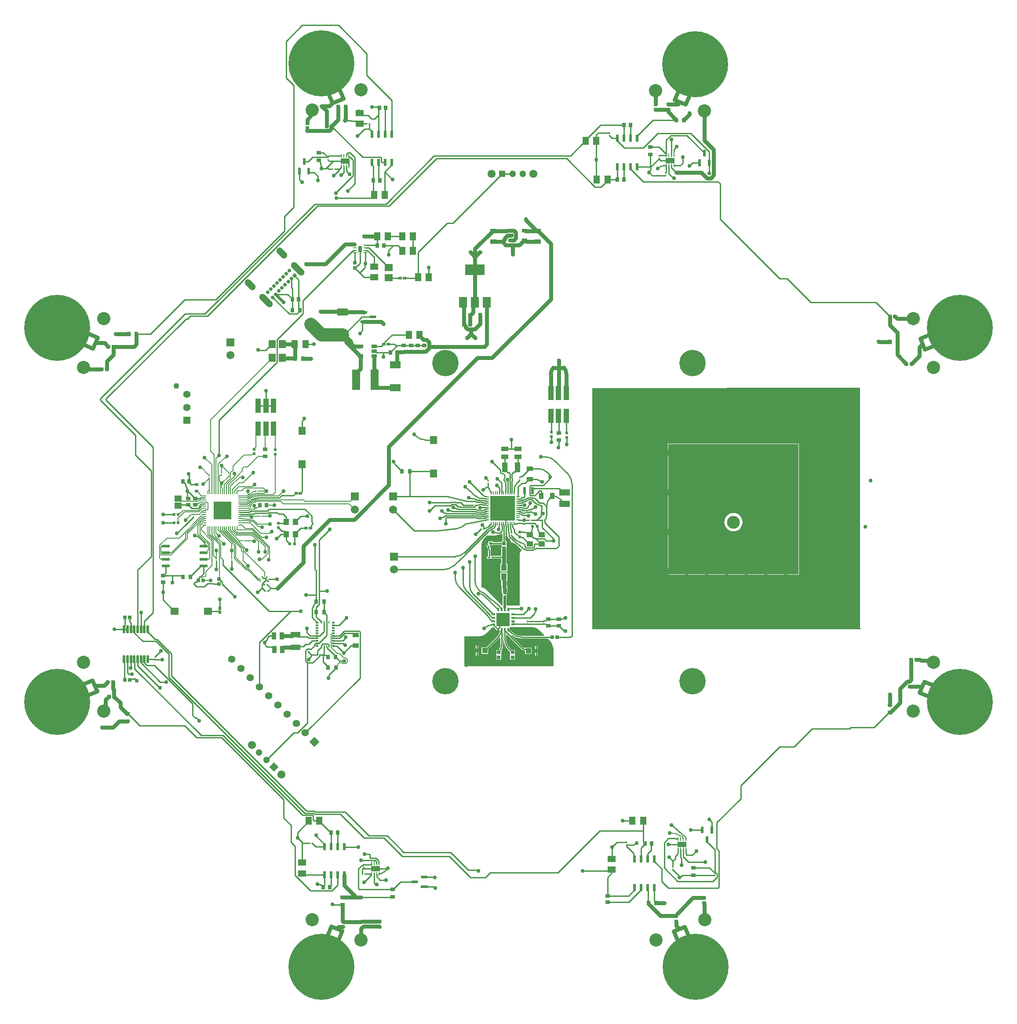
<source format=gbr>
G04*
G04 #@! TF.GenerationSoftware,Altium Limited,Altium Designer,25.8.1 (18)*
G04*
G04 Layer_Physical_Order=1*
G04 Layer_Color=255*
%FSLAX44Y44*%
%MOMM*%
G71*
G04*
G04 #@! TF.SameCoordinates,1712F0CB-3B61-41A3-BC14-C9FE2E182D8B*
G04*
G04*
G04 #@! TF.FilePolarity,Positive*
G04*
G01*
G75*
%ADD12C,0.5080*%
%ADD14C,0.1270*%
%ADD15C,0.2540*%
%ADD17C,2.5400*%
%ADD18C,12.7000*%
%ADD19R,1.3500X1.5500*%
%ADD20R,0.6500X0.9000*%
%ADD21R,0.7154X0.6725*%
%ADD22R,0.5588X1.4605*%
%ADD23R,1.7018X0.9906*%
%ADD24R,0.2794X0.7112*%
%ADD25R,0.2627X0.3541*%
%ADD26R,0.9000X0.6500*%
%ADD27R,1.2500X1.5500*%
%ADD28R,1.0000X2.8000*%
%ADD29R,1.2062X0.9562*%
%ADD30R,1.0000X0.6600*%
%ADD31R,0.9562X1.2062*%
%ADD32R,0.4500X0.5000*%
%ADD33R,1.3500X0.9500*%
%ADD34R,0.7548X0.2032*%
%ADD35R,1.5500X1.2500*%
%ADD36R,0.3541X0.2627*%
%ADD37R,0.5682X0.5725*%
%ADD38R,1.3000X1.0500*%
%ADD39R,0.5725X0.5682*%
%ADD40R,0.2032X0.7548*%
%ADD41R,0.8500X0.7500*%
%ADD42R,2.2000X1.0500*%
%ADD43R,0.3048X0.7620*%
%ADD44R,0.7500X0.8500*%
%ADD45R,1.5000X2.0000*%
%ADD46R,0.7366X0.2540*%
%ADD47R,0.7112X1.2954*%
%ADD48R,0.6725X0.7154*%
%ADD49R,0.6811X0.5725*%
%ADD50R,1.4000X1.5000*%
%ADD51R,0.1778X0.7620*%
%ADD52R,0.7620X0.1778*%
%ADD53R,0.2750X0.3000*%
%ADD54R,0.7620X0.3048*%
%ADD55R,0.6153X0.5725*%
%ADD56R,0.2500X0.4750*%
%ADD57R,0.4750X0.3500*%
%ADD58R,1.0500X1.3000*%
%ADD59R,0.2500X0.2750*%
%ADD60R,1.5240X0.5334*%
%ADD61R,0.2750X0.2500*%
%ADD62R,0.9500X1.3500*%
%ADD63R,1.5000X1.4000*%
G04:AMPARAMS|DCode=64|XSize=1.5mm|YSize=0.45mm|CornerRadius=0.0495mm|HoleSize=0mm|Usage=FLASHONLY|Rotation=270.000|XOffset=0mm|YOffset=0mm|HoleType=Round|Shape=RoundedRectangle|*
%AMROUNDEDRECTD64*
21,1,1.5000,0.3510,0,0,270.0*
21,1,1.4010,0.4500,0,0,270.0*
1,1,0.0990,-0.1755,-0.7005*
1,1,0.0990,-0.1755,0.7005*
1,1,0.0990,0.1755,0.7005*
1,1,0.0990,0.1755,-0.7005*
%
%ADD64ROUNDEDRECTD64*%
%ADD65R,0.7000X0.8500*%
G04:AMPARAMS|DCode=66|XSize=1.3587mm|YSize=0.5868mm|CornerRadius=0.2934mm|HoleSize=0mm|Usage=FLASHONLY|Rotation=90.000|XOffset=0mm|YOffset=0mm|HoleType=Round|Shape=RoundedRectangle|*
%AMROUNDEDRECTD66*
21,1,1.3587,0.0000,0,0,90.0*
21,1,0.7719,0.5868,0,0,90.0*
1,1,0.5868,0.0000,0.3859*
1,1,0.5868,0.0000,-0.3859*
1,1,0.5868,0.0000,-0.3859*
1,1,0.5868,0.0000,0.3859*
%
%ADD66ROUNDEDRECTD66*%
G04:AMPARAMS|DCode=67|XSize=1.3587mm|YSize=0.5868mm|CornerRadius=0.2934mm|HoleSize=0mm|Usage=FLASHONLY|Rotation=180.000|XOffset=0mm|YOffset=0mm|HoleType=Round|Shape=RoundedRectangle|*
%AMROUNDEDRECTD67*
21,1,1.3587,0.0000,0,0,180.0*
21,1,0.7719,0.5868,0,0,180.0*
1,1,0.5868,-0.3859,0.0000*
1,1,0.5868,0.3859,0.0000*
1,1,0.5868,0.3859,0.0000*
1,1,0.5868,-0.3859,0.0000*
%
%ADD67ROUNDEDRECTD67*%
%ADD68R,3.8000X2.0000*%
%ADD69R,0.8000X0.6000*%
%ADD70R,0.9500X0.8000*%
%ADD71R,0.5500X0.6000*%
%ADD72R,1.1000X1.9000*%
%ADD73R,2.0062X1.2549*%
%ADD74R,0.6000X1.4500*%
%ADD75R,1.0500X1.0000*%
%ADD76R,0.5725X0.6153*%
%ADD77R,1.0582X1.2061*%
%ADD78R,1.5000X4.0000*%
%ADD79R,1.5500X1.3500*%
%ADD80R,1.3587X0.5868*%
%ADD81R,0.5725X0.6811*%
%ADD82R,0.5153X0.4725*%
%ADD83R,1.3562X1.1544*%
%ADD84R,0.5868X1.3587*%
%ADD85R,0.8500X0.7000*%
%ADD86R,1.9000X1.1000*%
G04:AMPARAMS|DCode=93|XSize=1.3mm|YSize=2.5mm|CornerRadius=0.65mm|HoleSize=0mm|Usage=FLASHONLY|Rotation=225.000|XOffset=0mm|YOffset=0mm|HoleType=Round|Shape=RoundedRectangle|*
%AMROUNDEDRECTD93*
21,1,1.3000,1.2000,0,0,225.0*
21,1,0.0000,2.5000,0,0,225.0*
1,1,1.3000,-0.4243,0.4243*
1,1,1.3000,-0.4243,0.4243*
1,1,1.3000,0.4243,-0.4243*
1,1,1.3000,0.4243,-0.4243*
%
%ADD93ROUNDEDRECTD93*%
%ADD100R,4.6990X4.6990*%
%ADD102R,3.4544X3.4544*%
%ADD103R,2.6416X2.6416*%
%ADD113R,2.1000X1.4000*%
G04:AMPARAMS|DCode=117|XSize=1.3mm|YSize=3.2mm|CornerRadius=0.65mm|HoleSize=0mm|Usage=FLASHONLY|Rotation=225.000|XOffset=0mm|YOffset=0mm|HoleType=Round|Shape=RoundedRectangle|*
%AMROUNDEDRECTD117*
21,1,1.3000,1.9000,0,0,225.0*
21,1,0.0000,3.2000,0,0,225.0*
1,1,1.3000,-0.6718,0.6718*
1,1,1.3000,-0.6718,0.6718*
1,1,1.3000,0.6718,-0.6718*
1,1,1.3000,0.6718,-0.6718*
%
%ADD117ROUNDEDRECTD117*%
%ADD118C,0.7000*%
G04:AMPARAMS|DCode=119|XSize=0.7mm|YSize=1.6mm|CornerRadius=0.35mm|HoleSize=0mm|Usage=FLASHONLY|Rotation=225.000|XOffset=0mm|YOffset=0mm|HoleType=Round|Shape=RoundedRectangle|*
%AMROUNDEDRECTD119*
21,1,0.7000,0.9000,0,0,225.0*
21,1,0.0000,1.6000,0,0,225.0*
1,1,0.7000,-0.3182,0.3182*
1,1,0.7000,-0.3182,0.3182*
1,1,0.7000,0.3182,-0.3182*
1,1,0.7000,0.3182,-0.3182*
%
%ADD119ROUNDEDRECTD119*%
%ADD120P,0.9900X4X270.0*%
%ADD121C,1.5500*%
%ADD122C,1.3000*%
%ADD123R,1.4000X1.4000*%
%ADD124C,1.4000*%
%ADD125P,1.8385X4X180.0*%
%ADD126C,2.4892*%
%ADD127P,1.9799X4X360.0*%
%ADD128R,1.3000X1.3000*%
%ADD129R,1.5500X1.5500*%
%ADD130C,1.1000*%
%ADD136C,0.7620*%
%ADD137C,0.2540*%
%ADD138R,0.1270X0.1270*%
%ADD139C,2.5400*%
%ADD140C,0.3810*%
%ADD141C,5.0800*%
%ADD142C,0.7620*%
%ADD143C,11.0000*%
%ADD144C,1.7780*%
%ADD145C,1.2700*%
%ADD146C,0.5080*%
G36*
X1169131Y1634817D02*
Y1633401D01*
X1169175Y1633179D01*
X1169170Y1632952D01*
X1169296Y1632235D01*
X1169502Y1622169D01*
X1168613Y1621262D01*
X1167578D01*
Y1619300D01*
X1151157D01*
Y1620842D01*
X1142463D01*
Y1617605D01*
X1141267Y1617177D01*
X1140113Y1618584D01*
X1140070Y1618541D01*
X1139230Y1619103D01*
X1138239Y1619300D01*
X1137248Y1619103D01*
X1136407Y1618541D01*
X1135846Y1617701D01*
X1135649Y1616710D01*
X1135809Y1615904D01*
X1135846Y1615719D01*
X1136407Y1614879D01*
X1137193Y1613934D01*
X1138617Y1612199D01*
X1140255Y1609136D01*
X1141263Y1605811D01*
X1141601Y1602382D01*
X1141595Y1602354D01*
Y1592050D01*
X1139914Y1590927D01*
X1139961Y1590880D01*
X1139400Y1590040D01*
X1139203Y1589049D01*
X1139400Y1588058D01*
X1139961Y1587218D01*
X1140801Y1586656D01*
X1141792Y1586459D01*
X1142783Y1586656D01*
X1143624Y1587218D01*
X1143636Y1587205D01*
X1144185Y1587432D01*
Y1587450D01*
X1145176Y1587647D01*
X1145520Y1587877D01*
X1146790Y1587270D01*
Y1587270D01*
X1152080D01*
Y1587450D01*
X1167030D01*
Y1577020D01*
X1165649D01*
Y1562420D01*
X1178771D01*
Y1577020D01*
X1177390D01*
Y1590040D01*
Y1606844D01*
X1176995Y1608826D01*
X1176842Y1609055D01*
Y1621262D01*
X1174701D01*
X1174508Y1630699D01*
X1175769Y1631182D01*
X1176299Y1630827D01*
X1177290Y1630630D01*
X1178281Y1630827D01*
X1178344Y1630870D01*
X1179695Y1630245D01*
X1179772Y1629580D01*
X1179862Y1629301D01*
X1180081Y1628197D01*
X1181204Y1626517D01*
X1182884Y1625394D01*
X1183074Y1625356D01*
X1186180Y1617980D01*
X1187690D01*
X1190652Y1617391D01*
X1193230Y1616323D01*
X1197859Y1612651D01*
X1206500Y1604010D01*
X1206500Y1604010D01*
X1205643Y1603064D01*
X1204226Y1600944D01*
X1203250Y1598588D01*
X1202753Y1596087D01*
X1202690Y1594812D01*
Y1497330D01*
X1177365D01*
Y1509812D01*
X1177612D01*
Y1519749D01*
X1177763Y1519996D01*
X1178265Y1520748D01*
X1178287Y1520855D01*
X1178344Y1520949D01*
X1178483Y1521842D01*
X1178660Y1522730D01*
X1178638Y1522838D01*
X1178655Y1522946D01*
X1177737Y1544982D01*
X1178616Y1545898D01*
X1178771D01*
Y1560499D01*
X1165649D01*
Y1545898D01*
X1167330D01*
X1168305Y1522514D01*
X1168518Y1521635D01*
X1168695Y1520748D01*
X1168756Y1520657D01*
X1168781Y1520550D01*
X1169315Y1519820D01*
X1169348Y1519771D01*
Y1509812D01*
X1169595D01*
Y1497794D01*
X1168422Y1497308D01*
X1137702Y1528028D01*
Y1528028D01*
X1137702Y1528028D01*
X1136810Y1528836D01*
X1136776Y1528859D01*
X1134811Y1530172D01*
X1132590Y1531092D01*
X1130232Y1531561D01*
X1129030Y1531620D01*
Y1611269D01*
Y1613771D01*
X1130006Y1618678D01*
X1131921Y1623300D01*
X1134700Y1627460D01*
X1137920Y1630680D01*
X1137920Y1630680D01*
Y1630680D01*
X1138882Y1631423D01*
X1138932Y1631456D01*
X1139721Y1631783D01*
X1140559Y1631950D01*
X1155339D01*
X1157829Y1632072D01*
X1162712Y1633044D01*
X1167312Y1634949D01*
X1168011Y1635416D01*
X1169131Y1634817D01*
D02*
G37*
G36*
X1167578Y1609055D02*
X1167425Y1608826D01*
X1167030Y1606844D01*
Y1592630D01*
X1152080D01*
Y1592810D01*
X1146790D01*
X1146775Y1594074D01*
Y1602354D01*
X1146835D01*
X1146395Y1606832D01*
X1145088Y1611138D01*
X1144901Y1611488D01*
X1145554Y1612578D01*
X1151157D01*
Y1614120D01*
X1167578D01*
Y1609055D01*
D02*
G37*
G36*
X1858010Y1915531D02*
Y1454150D01*
X1859280Y1452880D01*
X1858010Y1451610D01*
X1342390D01*
Y1915160D01*
X1857111Y1916428D01*
X1858010Y1915531D01*
D02*
G37*
G36*
X1231328Y1454444D02*
X1235950Y1452529D01*
X1240110Y1449749D01*
X1249727Y1440133D01*
X1249241Y1438960D01*
X1205487D01*
X1205377Y1438938D01*
X1201031Y1439366D01*
X1196745Y1440666D01*
X1192796Y1442777D01*
X1189420Y1445547D01*
X1189358Y1445641D01*
X1183357Y1451642D01*
Y1455420D01*
X1226421D01*
X1231328Y1454444D01*
D02*
G37*
G36*
X1159232Y1448942D02*
X1159538Y1448737D01*
X1159821Y1448500D01*
X1159955Y1448458D01*
X1160072Y1448380D01*
X1160434Y1448308D01*
X1160786Y1448198D01*
X1160925Y1448211D01*
X1161063Y1448183D01*
X1161425Y1448255D01*
X1161792Y1448288D01*
X1161916Y1448353D01*
X1162054Y1448380D01*
X1162361Y1448585D01*
X1162688Y1448756D01*
X1162778Y1448864D01*
X1162894Y1448942D01*
X1164144Y1449265D01*
X1164562Y1449128D01*
X1164769Y1448982D01*
Y1448652D01*
X1164651Y1447453D01*
X1163682Y1444260D01*
X1162110Y1441318D01*
X1160003Y1438752D01*
X1159990Y1438743D01*
X1137998Y1416750D01*
X1128870D01*
Y1404210D01*
X1141910D01*
Y1413338D01*
X1163652Y1435080D01*
X1163652Y1435080D01*
X1163693Y1435040D01*
X1163777Y1435142D01*
X1164973Y1434714D01*
Y1420175D01*
X1164974Y1420172D01*
X1164662Y1417008D01*
X1163738Y1413963D01*
X1162536Y1411712D01*
X1157418D01*
Y1402019D01*
Y1392448D01*
X1166682D01*
Y1402019D01*
Y1408425D01*
X1168572Y1411960D01*
X1169794Y1415987D01*
X1170206Y1420175D01*
X1170153D01*
Y1443884D01*
X1170813Y1444263D01*
X1171473Y1443884D01*
Y1432044D01*
X1171437D01*
X1171782Y1427659D01*
X1172808Y1423383D01*
X1174491Y1419320D01*
X1176789Y1415570D01*
X1179645Y1412226D01*
X1179671Y1412252D01*
X1184088Y1407836D01*
Y1402019D01*
Y1392448D01*
X1193352D01*
Y1402019D01*
Y1411712D01*
X1187536D01*
X1183334Y1415914D01*
X1183240Y1415977D01*
X1180470Y1419353D01*
X1178359Y1423302D01*
X1177059Y1427587D01*
X1176631Y1431933D01*
X1176653Y1432044D01*
Y1440435D01*
X1177826Y1440921D01*
X1207149Y1411599D01*
X1207989Y1411037D01*
X1208980Y1410840D01*
X1212670D01*
Y1403430D01*
X1225710D01*
Y1415970D01*
X1215710D01*
X1215460Y1416020D01*
X1210053D01*
X1186497Y1439575D01*
X1187360Y1440509D01*
X1189014Y1439096D01*
X1192763Y1436798D01*
X1196826Y1435115D01*
X1201103Y1434089D01*
X1205487Y1433744D01*
Y1433780D01*
X1256080D01*
X1260021Y1429839D01*
X1260021Y1429839D01*
X1261789Y1428071D01*
X1264569Y1423910D01*
X1266484Y1419288D01*
X1267460Y1414381D01*
Y1411879D01*
Y1380490D01*
X1104682D01*
X1103832Y1380448D01*
X1102165Y1380117D01*
X1100594Y1379466D01*
X1099181Y1378522D01*
X1099154Y1378497D01*
X1097712Y1378904D01*
X1096997Y1379974D01*
X1096343Y1381552D01*
X1096010Y1383228D01*
Y1384082D01*
Y1437640D01*
X1122319D01*
X1124809Y1437762D01*
X1129692Y1438734D01*
X1134292Y1440639D01*
X1138432Y1443405D01*
X1140279Y1445079D01*
X1150620Y1455420D01*
X1152754D01*
X1159232Y1448942D01*
D02*
G37*
%LPC*%
G36*
X1739138Y1808693D02*
X1489202D01*
X1488230Y1808290D01*
X1487827Y1807318D01*
Y1557382D01*
X1488230Y1556410D01*
X1489202Y1556007D01*
X1739138D01*
X1740110Y1556410D01*
X1740513Y1557382D01*
Y1807318D01*
X1740110Y1808290D01*
X1739138Y1808693D01*
D02*
G37*
%LPD*%
G36*
Y1557382D02*
X1489202D01*
Y1807318D01*
X1739138D01*
Y1557382D01*
D02*
G37*
%LPC*%
G36*
X1614170Y1674876D02*
X1610751Y1674539D01*
X1607463Y1673542D01*
X1604433Y1671922D01*
X1601777Y1669743D01*
X1599598Y1667087D01*
X1597978Y1664057D01*
X1596644Y1657350D01*
X1596981Y1653931D01*
X1597978Y1650643D01*
X1599598Y1647613D01*
X1601777Y1644957D01*
X1604433Y1642778D01*
X1607463Y1641158D01*
X1610751Y1640161D01*
X1614170Y1639824D01*
X1617589Y1640161D01*
X1620877Y1641158D01*
X1623907Y1642778D01*
X1626563Y1644957D01*
X1628742Y1647613D01*
X1630362Y1650643D01*
X1631359Y1653931D01*
X1631696Y1657350D01*
X1631359Y1660769D01*
X1630362Y1664057D01*
X1628742Y1667087D01*
X1626563Y1669743D01*
X1623907Y1671922D01*
X1620877Y1673542D01*
X1617589Y1674539D01*
X1614170Y1674876D01*
D02*
G37*
G36*
X1120140Y1427820D02*
X1119149Y1427623D01*
X1118309Y1427061D01*
X1117747Y1426221D01*
X1117550Y1425230D01*
Y1410480D01*
Y1395730D01*
X1117747Y1394739D01*
X1118309Y1393899D01*
X1119149Y1393337D01*
X1120140Y1393140D01*
X1121131Y1393337D01*
X1121971Y1393899D01*
X1122533Y1394739D01*
X1122730Y1395730D01*
Y1410480D01*
Y1425230D01*
X1122533Y1426221D01*
X1121971Y1427061D01*
X1121131Y1427623D01*
X1120140Y1427820D01*
D02*
G37*
G36*
X1234440Y1427040D02*
X1233449Y1426843D01*
X1232609Y1426281D01*
X1232047Y1425441D01*
X1231850Y1424450D01*
Y1409700D01*
Y1394950D01*
X1232047Y1393959D01*
X1232609Y1393119D01*
X1233449Y1392557D01*
X1234440Y1392360D01*
X1235431Y1392557D01*
X1236271Y1393119D01*
X1236833Y1393959D01*
X1237030Y1394950D01*
Y1409700D01*
Y1424450D01*
X1236833Y1425441D01*
X1236271Y1426281D01*
X1235431Y1426843D01*
X1234440Y1427040D01*
D02*
G37*
%LPD*%
D12*
X732842Y2095876D02*
X748030Y2080688D01*
X1173480Y1493155D02*
Y1514159D01*
D14*
X687169Y1693446D02*
G03*
X685358Y1690571I3711J-4346D01*
G01*
X683683Y1693143D02*
G03*
X683068Y1691769I7197J-4043D01*
G01*
X660576Y1747235D02*
G03*
X660883Y1747558I-3986J4095D01*
G01*
X1511702Y1053368D02*
G03*
X1495533Y1059180I-16170J-19588D01*
G01*
X1511702Y1053368D02*
G03*
X1512495Y1053084I801J986D01*
G01*
X1515762Y1051917D02*
G03*
X1514006Y1053084I-1756J-738D01*
G01*
X681729Y1662928D02*
G03*
X681400Y1663165I-897J-900D01*
G01*
D02*
G03*
X680894Y1663297I-568J-1136D01*
G01*
X721610Y1669120D02*
X721950Y1669460D01*
X706466Y1669120D02*
X721610D01*
X706126Y1668780D02*
X706466Y1669120D01*
X639574Y1754826D02*
Y1754967D01*
Y1754826D02*
X642614Y1751787D01*
X628650Y1765891D02*
X639574Y1754967D01*
X628650Y1765891D02*
Y1766570D01*
Y1752603D02*
Y1765891D01*
X587484Y1763504D02*
X588536D01*
X603384Y1748656D01*
X586740Y1762760D02*
X587484Y1763504D01*
X699770Y1717040D02*
X715010D01*
X709295Y1722755D02*
X715010Y1717040D01*
X672536Y1722755D02*
X709295D01*
X694433Y1712944D02*
X710914D01*
X715010Y1717040D01*
X689675Y1711960D02*
X693449D01*
X694433Y1712944D01*
X667456Y1717675D02*
X672536Y1722755D01*
X657920Y1717421D02*
X658174Y1717675D01*
X642614Y1751330D02*
Y1751787D01*
X658174Y1717675D02*
X667456D01*
X684260Y1710319D02*
X688034D01*
X657920Y1714500D02*
Y1717421D01*
X714810Y1690370D02*
X730250D01*
X688034Y1710319D02*
X689675Y1711960D01*
X678151Y1704210D02*
X684260Y1710319D01*
X664210Y1704210D02*
Y1704340D01*
X664340Y1704210D02*
X678151D01*
X664210Y1704340D02*
X664340Y1704210D01*
X604520Y1747520D02*
Y1747977D01*
X603384Y1748656D02*
X603841D01*
X604520Y1747977D01*
X629920Y1672590D02*
Y1680210D01*
X673103Y1621790D02*
X673738Y1621155D01*
X690245D01*
X690880Y1620520D01*
Y1689100D02*
X692150Y1683911D01*
X578350Y1690470D02*
X580830Y1692950D01*
X587180Y1696210D02*
X595630D01*
X580830Y1692950D02*
X583920D01*
X587180Y1696210D01*
X574040Y1672136D02*
Y1672593D01*
X573996Y1672092D02*
X574040Y1672136D01*
X569733Y1672092D02*
X573996D01*
X574040Y1672593D02*
X585854D01*
X589663Y1676402D01*
X593471Y1680210D02*
X595630D01*
X595438Y1676402D02*
X595630Y1676210D01*
X589663Y1676402D02*
X595438D01*
X618490Y1587500D02*
Y1587957D01*
X612648Y1593799D02*
X618490Y1587957D01*
X601980Y1633605D02*
Y1645116D01*
X558800Y1661160D02*
X569733Y1672092D01*
X647700Y1587506D02*
Y1602930D01*
X622174Y1642236D02*
Y1645666D01*
X621920Y1645920D02*
X622174Y1645666D01*
X610235Y1625157D02*
X612648Y1622744D01*
X610235Y1625157D02*
Y1625350D01*
X612648Y1593799D02*
Y1622744D01*
X618490Y1587957D02*
Y1602740D01*
X601980Y1633605D02*
X610235Y1625350D01*
X662346Y1621790D02*
X668017D01*
X662346Y1618574D02*
X676910Y1604010D01*
X662346Y1618574D02*
Y1621790D01*
X702310Y1689870D02*
Y1690370D01*
X694092Y1716449D02*
X694684Y1717040D01*
X689150Y1716449D02*
X694092D01*
X685560Y1712859D02*
X689150Y1716449D01*
X692150Y1682776D02*
X694029Y1684655D01*
X697095D02*
X702310Y1689870D01*
X694029Y1684655D02*
X697095D01*
X664210Y1668210D02*
X667385Y1668464D01*
X593547Y1731004D02*
X604520Y1741977D01*
X593090Y1731004D02*
X593547D01*
X601920Y1717421D02*
X604520Y1720021D01*
X601920Y1714500D02*
Y1717421D01*
X605920Y1714500D02*
Y1717421D01*
X604714Y1718627D02*
X605920Y1717421D01*
X604714Y1718627D02*
Y1719827D01*
X604520Y1720021D02*
X604714Y1719827D01*
X628650Y1724019D02*
X629920Y1722749D01*
Y1714500D02*
Y1722749D01*
X628650Y1724019D02*
Y1730562D01*
X667385Y1668464D02*
X685768Y1668779D01*
Y1666971D02*
X685800Y1666939D01*
X685768Y1666971D02*
Y1668779D01*
X685800Y1668780D01*
X691489Y1682115D02*
X692150Y1682776D01*
X664210Y1680210D02*
X680212D01*
X682997Y1682115D02*
X691489D01*
X682375Y1681493D02*
X682997Y1682115D01*
X681496Y1681493D02*
X682375D01*
X680212Y1680210D02*
X681496Y1681493D01*
X625431Y1747517D02*
X628650D01*
X624687Y1736400D02*
Y1746773D01*
X625431Y1747517D01*
X624687Y1736400D02*
X628650Y1732437D01*
X647700Y1602930D02*
Y1616710D01*
X641920Y1645920D02*
X642174Y1645666D01*
Y1641962D02*
X662346Y1621790D01*
X642174Y1641962D02*
Y1645666D01*
X622174Y1642236D02*
X647700Y1616710D01*
X628650Y1732280D02*
Y1732437D01*
Y1732280D02*
X642614Y1746244D01*
X625920Y1714500D02*
Y1727832D01*
X628650Y1730562D01*
X604520Y1720021D02*
Y1741977D01*
Y1742434D01*
X589663Y1676402D02*
X593471Y1680210D01*
X685800Y1668780D02*
X701040D01*
X595630Y1680210D02*
X596011Y1680591D01*
X600302D01*
X601980Y1682269D01*
Y1694151D01*
X595630Y1696210D02*
X595884Y1695956D01*
X600175D01*
X601980Y1694151D01*
X678559Y1708210D02*
X680644Y1710295D01*
X664210Y1708210D02*
X678559D01*
X683208Y1712859D02*
X685560D01*
X679450Y1717040D02*
X679614Y1716876D01*
Y1711325D02*
X680644Y1710295D01*
X683208Y1712859D01*
X679614Y1711325D02*
Y1716876D01*
X692150Y1682776D02*
Y1683911D01*
X694501Y1709420D02*
X695485Y1710404D01*
X691779Y1706880D02*
X695554D01*
X690138Y1705239D02*
X691779Y1706880D01*
X690727Y1709420D02*
X694501D01*
X693267Y1698889D02*
X694908Y1700530D01*
X689086Y1707779D02*
X690727Y1709420D01*
X685312Y1707779D02*
X689086D01*
X695554Y1706880D02*
X696537Y1707864D01*
X684239Y1694134D02*
X688994Y1698889D01*
X694908Y1700530D02*
X785951D01*
X695960Y1697990D02*
X742098D01*
X690245Y1696085D02*
X694055D01*
X695960Y1697990D01*
X686364Y1705239D02*
X690138D01*
X688994Y1698889D02*
X693267D01*
X696537Y1707864D02*
X738854D01*
X695485Y1710404D02*
X727424D01*
X731520Y1714500D01*
X876279Y1697969D02*
X885190Y1706880D01*
X738854Y1707864D02*
X748030Y1717040D01*
X785951Y1700530D02*
X788512Y1697969D01*
X876279D01*
X742098Y1697990D02*
X747178Y1692910D01*
X680974Y1684210D02*
X682859Y1685615D01*
X684647Y1687902D02*
X685358Y1690571D01*
X687169Y1693446D02*
X690245Y1696085D01*
X683296Y1686052D02*
X684647Y1687902D01*
X682859Y1685615D02*
X683296Y1686052D01*
X701600Y1544975D02*
X703445Y1543130D01*
X678988Y1565320D02*
X699333Y1544975D01*
X701600D01*
X680040Y1567860D02*
X699770Y1548130D01*
X703570D01*
X703445Y1543130D02*
X703570D01*
X711195Y1553255D02*
Y1561643D01*
X671195Y1601643D02*
X711195Y1561643D01*
X671195Y1601643D02*
Y1606133D01*
X659806Y1617522D02*
X671195Y1606133D01*
X659806Y1617522D02*
Y1618973D01*
X638174Y1640604D02*
X659806Y1618973D01*
X638174Y1640604D02*
Y1645666D01*
X637920Y1645920D02*
X638174Y1645666D01*
X629920Y1642999D02*
Y1645920D01*
Y1642999D02*
X631126Y1641793D01*
Y1640913D02*
Y1641793D01*
Y1640913D02*
X631634Y1640405D01*
Y1639960D02*
Y1640405D01*
Y1639960D02*
X654726Y1616869D01*
Y1615418D02*
Y1616869D01*
Y1615418D02*
X655955Y1614189D01*
Y1589033D02*
Y1614189D01*
Y1589033D02*
X677128Y1567860D01*
X680040D01*
X625920Y1642999D02*
Y1645920D01*
Y1642999D02*
X627126Y1641793D01*
Y1641321D02*
Y1641793D01*
Y1641321D02*
X629094Y1639353D01*
Y1638908D02*
Y1639353D01*
Y1638908D02*
X650240Y1617762D01*
Y1616312D02*
Y1617762D01*
Y1616312D02*
X653415Y1613137D01*
Y1587981D02*
Y1613137D01*
Y1587981D02*
X676076Y1565320D01*
X678988D01*
X683683Y1693143D02*
X684239Y1694134D01*
X664210Y1700210D02*
X677743D01*
X664210Y1696210D02*
X677335D01*
X682107Y1688954D02*
X683068Y1691769D01*
X677743Y1700210D02*
X685312Y1707779D01*
X677335Y1696210D02*
X686364Y1705239D01*
X664210Y1688210D02*
X681363D01*
X682107Y1688954D01*
X664210Y1684210D02*
X680974D01*
X685590Y1786625D02*
X686030Y1787065D01*
X688765D01*
X690880Y1789180D01*
Y1789430D01*
X671565Y1786625D02*
X685590D01*
X650240Y1765300D02*
X671565Y1786625D01*
X650240Y1756872D02*
Y1765300D01*
X645833Y1752465D02*
X650240Y1756872D01*
X645833Y1741380D02*
Y1752465D01*
X633920Y1729468D02*
X645833Y1741380D01*
X633920Y1714500D02*
Y1729468D01*
X694690Y1801990D02*
Y1833230D01*
X690880Y1798180D02*
X694690Y1801990D01*
X690880Y1797930D02*
Y1798180D01*
X694690Y1833230D02*
X698740Y1837280D01*
X652780Y1744736D02*
X655637Y1749680D01*
X653986Y1751330D02*
X655637Y1749680D01*
X652780Y1751330D02*
X653986D01*
X662940Y1743710D02*
X669290D01*
X642664Y1729798D02*
X660576Y1747235D01*
X669791Y1732781D02*
X689610Y1752600D01*
X645920Y1726690D02*
X662940Y1743710D01*
X1499752Y2363343D02*
Y2370972D01*
X620344Y1622425D02*
X626745Y1616024D01*
X624205Y1548471D02*
Y1614972D01*
X622935Y1624965D02*
X632460Y1615440D01*
X619292Y1619885D02*
X624205Y1614972D01*
X626745Y1589405D02*
Y1616024D01*
X637920Y1729876D02*
X652780Y1744736D01*
X621920Y1768730D02*
X637540Y1784350D01*
X607351Y1794219D02*
Y1854351D01*
X725580Y1972580D02*
Y1973580D01*
X607351Y1854351D02*
X725580Y1972580D01*
X688091Y1725717D02*
X692114Y1729740D01*
X692150D01*
X661744Y1725717D02*
X688091D01*
X724708Y1639570D02*
X725170D01*
X703962Y1635760D02*
X720898D01*
X724708Y1639570D01*
X712470Y1600200D02*
Y1610604D01*
X720725Y1586865D02*
Y1609534D01*
X718820Y1584960D02*
X720725Y1586865D01*
X546897Y1626870D02*
X591031Y1671004D01*
X1490948Y1059180D02*
X1495533D01*
X1512495Y1053084D02*
X1514006D01*
X1515762Y1051917D02*
X1516849Y1049393D01*
X1517611Y1047623D01*
X593090Y1545590D02*
X607060D01*
X592983D02*
X593090D01*
X660883Y1747558D02*
X668020Y1755681D01*
X681729Y1662928D02*
X681730Y1662927D01*
X731520Y1796660D02*
Y1834500D01*
X621920Y1714500D02*
Y1768730D01*
X617920Y1714500D02*
Y1779970D01*
X609920Y1714500D02*
Y1767520D01*
X613920Y1714500D02*
Y1787650D01*
X532348Y1598930D02*
X559322Y1625904D01*
X531368Y1594358D02*
X562610Y1625600D01*
Y1634583D01*
X559322Y1625904D02*
Y1635295D01*
X609920Y1632849D02*
Y1645920D01*
X626745Y1589405D02*
X631190Y1584960D01*
X615315Y1627261D02*
X620151Y1622425D01*
X620344D01*
X615315Y1627261D02*
Y1627454D01*
X609920Y1632849D02*
X615315Y1627454D01*
X662171Y1732781D02*
X669791D01*
X649920Y1720530D02*
X662171Y1732781D01*
X649920Y1714500D02*
Y1720530D01*
X867237Y1396365D02*
X870585Y1393017D01*
X863645Y1396365D02*
X867237D01*
X855820Y1386660D02*
X860778D01*
X855335Y1404675D02*
X863645Y1396365D01*
X860778Y1386660D02*
X862503Y1384935D01*
X867237D01*
X870585Y1388283D01*
Y1393017D01*
X839240Y1416556D02*
Y1441344D01*
Y1416556D02*
X851121Y1404675D01*
X848360Y1379200D02*
X855820Y1386660D01*
X851121Y1404675D02*
X855335D01*
X842550Y1442835D02*
X843665Y1443950D01*
X848360Y1377950D02*
Y1379200D01*
X840731Y1442835D02*
X842550D01*
X839240Y1441344D02*
X840731Y1442835D01*
X747178Y1692910D02*
X874160D01*
X885190Y1681880D01*
X687378Y1632104D02*
X699770Y1619712D01*
X687514Y1642745D02*
X720725Y1609534D01*
X705711Y1628140D02*
X715010D01*
X683578Y1656144D02*
X703962Y1635760D01*
X688566Y1645285D02*
X705711Y1628140D01*
X688430Y1634644D02*
X712470Y1610604D01*
X689482Y1637184D02*
X718185Y1608481D01*
X634174Y1641012D02*
X657266Y1617921D01*
X679495Y1573575D02*
Y1573902D01*
X669925Y1583472D02*
X679495Y1573902D01*
X669925Y1583472D02*
Y1599321D01*
X633920Y1645920D02*
X634174Y1645666D01*
Y1641012D02*
Y1645666D01*
X637540Y1784350D02*
X638810D01*
X617920Y1779970D02*
X623570Y1785620D01*
X678887Y1764030D02*
X699207Y1784350D01*
X671830Y1764030D02*
X678887D01*
X668020Y1755681D02*
Y1760220D01*
X671830Y1764030D01*
X699207Y1784350D02*
X712470D01*
X595630Y1781810D02*
X609920Y1767520D01*
X731520Y1714500D02*
Y1788160D01*
X605920Y1633257D02*
Y1645920D01*
Y1633257D02*
X612775Y1626402D01*
Y1626209D02*
Y1626402D01*
Y1626209D02*
X619099Y1619885D01*
X619292D01*
X712470Y1836010D02*
X713740Y1837280D01*
X712470Y1797850D02*
Y1836010D01*
X728740Y1837280D02*
X731520Y1834500D01*
X641920Y1729055D02*
X642664Y1729798D01*
X637920Y1729350D02*
X637920Y1729876D01*
X637920Y1714500D02*
Y1729350D01*
X641920Y1714500D02*
Y1729055D01*
X705485Y1648460D02*
X706120Y1647825D01*
X697998Y1653540D02*
X721360D01*
X690314Y1661224D02*
X697998Y1653540D01*
X699485Y1648460D02*
X705485D01*
X689261Y1658684D02*
X699485Y1648460D01*
X682381Y1658684D02*
X689261D01*
X683433Y1661224D02*
X690314D01*
X667385Y1663956D02*
X680894Y1663297D01*
X681263Y1656210D02*
X681329Y1656144D01*
X681730Y1662927D02*
X683433Y1661224D01*
X664210Y1656210D02*
X681263D01*
X681329Y1656144D02*
X683578D01*
X680855Y1660210D02*
X682381Y1658684D01*
X664210Y1660210D02*
X680855D01*
X607351Y1794219D02*
X613920Y1787650D01*
X655126Y1719099D02*
X661744Y1725717D01*
X654174Y1717675D02*
X655126Y1718627D01*
X654174Y1714754D02*
Y1717675D01*
X653920Y1714500D02*
X654174Y1714754D01*
X655126Y1718627D02*
Y1719099D01*
X645920Y1714500D02*
Y1726690D01*
X674056Y1645285D02*
X688566D01*
X667131Y1652210D02*
X674056Y1645285D01*
X664210Y1652210D02*
X667131D01*
X656343Y1632104D02*
X687378D01*
X659263Y1637184D02*
X689482D01*
X658174Y1642745D02*
X687514D01*
X657803Y1634644D02*
X688430D01*
X664210Y1664210D02*
X667385Y1663956D01*
X657920Y1642999D02*
X658174Y1642745D01*
X657920Y1642999D02*
Y1645920D01*
X701040Y1586230D02*
X706582D01*
X718185Y1597833D01*
Y1608481D01*
X655126Y1641321D02*
X659263Y1637184D01*
X655126Y1641321D02*
Y1641793D01*
X653920Y1642999D02*
X655126Y1641793D01*
X653920Y1642999D02*
Y1645920D01*
X651126Y1641321D02*
X657803Y1634644D01*
X651126Y1641321D02*
Y1641793D01*
X649920Y1642999D02*
X651126Y1641793D01*
X649920Y1642999D02*
Y1645920D01*
X699770Y1600200D02*
Y1619712D01*
X647126Y1641321D02*
X656343Y1632104D01*
X647126Y1641321D02*
Y1641793D01*
X645920Y1642999D02*
X647126Y1641793D01*
X645920Y1642999D02*
Y1645920D01*
X666750Y1602496D02*
X669925Y1599321D01*
X666750Y1602496D02*
Y1606986D01*
X657266Y1616470D02*
X666750Y1606986D01*
X657266Y1616470D02*
Y1617921D01*
X617920Y1636330D02*
X623570Y1630680D01*
X617920Y1636330D02*
Y1645920D01*
X607695Y1624104D02*
X610108Y1621691D01*
X607695Y1624104D02*
Y1624298D01*
X610108Y1574038D02*
Y1621691D01*
X589280Y1642713D02*
X607695Y1624298D01*
X617855Y1628313D02*
X621203Y1624965D01*
X613920Y1633980D02*
X617855Y1630045D01*
Y1628313D02*
Y1630045D01*
X621203Y1624965D02*
X622935D01*
X613920Y1633980D02*
Y1645920D01*
X548543Y1673763D02*
X554990Y1680210D01*
X583672D01*
X544806Y1672590D02*
X545979Y1673763D01*
X548543D01*
X589915Y1688210D02*
X595630D01*
X589041Y1687336D02*
X589915Y1688210D01*
X589041Y1685579D02*
Y1687336D01*
X583672Y1680210D02*
X589041Y1685579D01*
X546913Y1668323D02*
X548171D01*
X544806Y1666216D02*
X546913Y1668323D01*
X544806Y1656080D02*
Y1666216D01*
X548171Y1668323D02*
X557519Y1677670D01*
X598424Y1618996D02*
X599594D01*
X599440Y1621790D02*
X600392D01*
X599594Y1618996D02*
X603504Y1615086D01*
X600392Y1621790D02*
X606044Y1616138D01*
X586740Y1634490D02*
X599440Y1621790D01*
X606044Y1588389D02*
Y1616138D01*
X582930Y1634490D02*
X598424Y1618996D01*
X603504Y1603502D02*
Y1615086D01*
X582930Y1634490D02*
Y1650495D01*
X598170Y1562100D02*
X610108Y1574038D01*
X593979Y1598930D02*
X598932D01*
X603504Y1603502D01*
X594360Y1585849D02*
X603504D01*
X606044Y1588389D01*
X586740Y1634490D02*
Y1650713D01*
X591503Y1655004D02*
X592709Y1656210D01*
X589280Y1642713D02*
Y1645860D01*
X586740Y1650713D02*
X591031Y1655004D01*
X592709Y1656210D02*
X595630D01*
X589280Y1645860D02*
X595630Y1652210D01*
X597426Y1553210D02*
X598170Y1553954D01*
X593090Y1553210D02*
X597426D01*
X598170Y1553954D02*
Y1562100D01*
X590256Y1548317D02*
Y1550376D01*
Y1548317D02*
X592983Y1545590D01*
X590256Y1550376D02*
X593090Y1553210D01*
X582930Y1650495D02*
X589915Y1657480D01*
X521081Y1598930D02*
X532348D01*
X595376Y1663956D02*
X595630Y1664210D01*
X591983Y1663956D02*
X595376D01*
X562610Y1634583D02*
X591983Y1663956D01*
X509016Y1588770D02*
Y1612546D01*
X523340Y1626870D02*
X546897D01*
X509016Y1612546D02*
X523340Y1626870D01*
X593979Y1586230D02*
X594360Y1585849D01*
X512672Y1594358D02*
X531368D01*
X511556Y1595474D02*
X512672Y1594358D01*
X511556Y1595474D02*
Y1610886D01*
X512300Y1611630D01*
X521081D01*
X511556Y1586230D02*
X521081D01*
X509016Y1588770D02*
X511556Y1586230D01*
X592709Y1672210D02*
X595630D01*
X591503Y1671004D02*
X592709Y1672210D01*
X591031Y1671004D02*
X591503D01*
X593472Y1668210D02*
X595630D01*
X593218Y1667956D02*
X593472Y1668210D01*
X593218Y1667004D02*
Y1667956D01*
X591031Y1667004D02*
X593218D01*
X559322Y1635295D02*
X591031Y1667004D01*
Y1655004D02*
X591503D01*
X592709Y1660210D02*
X595630D01*
X591503Y1659004D02*
X592709Y1660210D01*
X591031Y1659004D02*
X591503D01*
X589915Y1657888D02*
X591031Y1659004D01*
X589915Y1657480D02*
Y1657888D01*
X557519Y1677670D02*
X584724D01*
X591010Y1683956D01*
X583755Y1714370D02*
X589915Y1708210D01*
X583755Y1714370D02*
Y1714675D01*
X581390Y1717040D02*
X583755Y1714675D01*
X580390Y1717040D02*
X581390D01*
X589915Y1708210D02*
X595630D01*
X544830Y1702618D02*
X549967Y1697481D01*
X554151Y1697315D02*
X582889D01*
X553985Y1697481D02*
X554151Y1697315D01*
X549967Y1697481D02*
X553985D01*
X588261Y1700210D02*
X595630D01*
X587436Y1699385D02*
X588261Y1700210D01*
X584959Y1699385D02*
X587436D01*
X582889Y1697315D02*
X584959Y1699385D01*
X591010Y1683956D02*
X595376D01*
X595630Y1684210D01*
D15*
X1255669Y1752961D02*
G03*
X1237709Y1760400I-17960J-17960D01*
G01*
X1202690Y1743710D02*
G03*
X1206719Y1745379I0J5698D01*
G01*
X1244237Y1675009D02*
G03*
X1244930Y1680903I-24707J5893D01*
G01*
X1233250Y1615580D02*
G03*
X1230710Y1613040I0J-2540D01*
G01*
X1228170Y1607790D02*
G03*
X1230710Y1610330I0J2540D01*
G01*
X1221670Y1633080D02*
G03*
X1208699Y1638453I-12972J-12972D01*
G01*
X1221670Y1633080D02*
G03*
X1227378Y1646862I-13782J13782D01*
G01*
X1175670Y1669535D02*
G03*
X1169670Y1684020I-20485J0D01*
G01*
X1195110Y1623020D02*
G03*
X1195840Y1622516I1787J1806D01*
G01*
X1212630Y1610330D02*
G03*
X1215170Y1607790I2540J0D01*
G01*
X1212630Y1613211D02*
G03*
X1211147Y1615509I-2540J-11D01*
G01*
X1282677Y1470560D02*
G03*
X1289050Y1473200I0J9014D01*
G01*
X1277379Y1470460D02*
G03*
X1277620Y1470560I0J341D01*
G01*
X1248585Y1466850D02*
G03*
X1257300Y1470460I0J12325D01*
G01*
X1163761Y1455711D02*
G03*
X1163808Y1455801I-2229J1218D01*
G01*
X1002730Y1823020D02*
G03*
X1020691Y1815580I17960J17960D01*
G01*
X820420Y2341786D02*
G03*
X815340Y2354050I-17344J0D01*
G01*
X1144185Y1602354D02*
G03*
X1138239Y1616710I-20302J0D01*
G01*
X1144185Y1590040D02*
G03*
X1141792Y1589049I0J-3384D01*
G01*
X1151636Y1460200D02*
G03*
X1134213Y1452983I0J-24639D01*
G01*
X945624Y990600D02*
G03*
X948690Y991870I0J4336D01*
G01*
X932062Y980567D02*
G03*
X941364Y984420I0J13155D01*
G01*
X1126315Y1691724D02*
X1126314D01*
X1277379Y1457960D02*
G03*
X1277620Y1458060I0J341D01*
G01*
X1193765Y1461764D02*
G03*
X1189990Y1460200I0J-5339D01*
G01*
X1257300Y1457960D02*
G03*
X1248117Y1461764I-9183J-9183D01*
G01*
X1199424Y1662020D02*
G03*
X1201500Y1661160I2076J2076D01*
G01*
X1132843Y1644650D02*
G03*
X1141739Y1648335I0J12580D01*
G01*
X960120Y1774190D02*
G03*
X962291Y1768949I7412J0D01*
G01*
X1286155Y1449525D02*
G03*
X1290320Y1447800I4165J4165D01*
G01*
X1242060Y1736090D02*
G03*
X1232862Y1739900I-9198J-9198D01*
G01*
X1242060Y1736090D02*
G03*
X1245668Y1734596I3608J3608D01*
G01*
X1163190Y1650065D02*
G03*
X1163210Y1650206I-2504J427D01*
G01*
X1225164Y1682304D02*
G03*
X1233170Y1686560I-2955J15216D01*
G01*
X1206562Y1680927D02*
G03*
X1207589Y1680581I3748J9443D01*
G01*
X1221360Y1681510D02*
G03*
X1220446Y1681340I0J-2540D01*
G01*
X1115021Y1709460D02*
G03*
X1124389Y1703517I17960J17960D01*
G01*
X1131473Y1709517D02*
G03*
X1139916Y1706020I8443J8443D01*
G01*
X1115900Y1677947D02*
G03*
X1115297Y1678020I-604J-2467D01*
G01*
X1073824Y1678100D02*
G03*
X1074457Y1678020I632J2460D01*
G01*
X1122124Y1676154D02*
G03*
X1122106Y1676163I-4802J-10372D01*
G01*
X1122171Y1676133D02*
G03*
X1122124Y1676154I-1619J-3449D01*
G01*
X1135856Y1677560D02*
G03*
X1135376Y1677458I286J-2524D01*
G01*
X1235358Y1607253D02*
G03*
X1234224Y1606980I11J-2540D01*
G01*
X854416Y2333966D02*
G03*
X855590Y2336800I-2834J2834D01*
G01*
X1480691Y2343277D02*
G03*
X1468120Y2338070I0J-17778D01*
G01*
X916070Y978300D02*
G03*
X916975Y980484I-2183J2183D01*
G01*
X1496982Y1073253D02*
G03*
X1494590Y1074243I-2392J-2392D01*
G01*
X1497000Y1073235D02*
G03*
X1497083Y1073157I1784J1808D01*
G01*
X1516833Y1055467D02*
G03*
X1517238Y1055171I1695J1892D01*
G01*
X1521461Y1051835D02*
G03*
X1520287Y1053374I-2454J-656D01*
G01*
X825473Y2359660D02*
G03*
X825475Y2359660I82J2539D01*
G01*
X803911Y2359660D02*
G03*
X803921Y2359660I-57J2539D01*
G01*
X810759Y2359839D02*
G03*
X810760Y2359839I-66J2539D01*
G01*
X810840Y2359840D02*
G03*
X810760Y2359839I0J-2540D01*
G01*
X819939Y2359838D02*
G03*
X819840Y2359840I-99J-2538D01*
G01*
X825475Y2359660D02*
G03*
X825479Y2359660I87J2539D01*
G01*
X1124465Y1699606D02*
G03*
X1124469Y1699606I783J6302D01*
G01*
Y1699606D02*
G03*
X1124504Y1699601I477J3780D01*
G01*
X1116069Y1701703D02*
G03*
X1112889Y1702753I-52901J-154848D01*
G01*
X1124142Y1699655D02*
G03*
X1124465Y1699606I1106J6253D01*
G01*
X1118310Y1696470D02*
G03*
X1116304Y1697588I-4285J-5324D01*
G01*
X1061350Y1670020D02*
G03*
X1060167Y1669980I0J-17428D01*
G01*
X1062985Y1666020D02*
G03*
X1060450Y1664970I0J-3585D01*
G01*
X1100105Y1654379D02*
G03*
X1100100Y1654378I479J-2494D01*
G01*
X1001000Y1640561D02*
G03*
X1081133Y1644760I22849J330691D01*
G01*
Y1644760D02*
G03*
X1099354Y1654234I-5893J33591D01*
G01*
X999413Y1641286D02*
G03*
X1001000Y1640561I1785J1807D01*
G01*
X1117322Y1665782D02*
G03*
X1116259Y1666020I-1074J-2302D01*
G01*
X1117322Y1665782D02*
G03*
X1132946Y1664701I9201J19531D01*
G01*
X1135856Y1665560D02*
G03*
X1135386Y1665461I286J-2524D01*
G01*
X1123728Y1679610D02*
G03*
X1123712Y1679617I-6406J-13828D01*
G01*
X1123794Y1679579D02*
G03*
X1128453Y1679263I2729J5734D01*
G01*
X1135856Y1681560D02*
G03*
X1135375Y1681457I286J-2524D01*
G01*
X1118856Y1681797D02*
G03*
X1117839Y1682020I-1040J-2317D01*
G01*
X1123710Y1679618D02*
G03*
X1123702Y1679622I-6388J-13836D01*
G01*
X1118935Y1669234D02*
G03*
X1118908Y1669246I-1613J-3452D01*
G01*
X1119678Y1700473D02*
G03*
X1120045Y1700379I809J2408D01*
G01*
X1122106Y1676163D02*
G03*
X1119568Y1677050I-5858J-12683D01*
G01*
X1123712Y1679617D02*
G03*
X1123710Y1679618I-1606J-3455D01*
G01*
X1122171Y1676133D02*
G03*
X1129593Y1675628I4353J9180D01*
G01*
X1120552Y1672683D02*
G03*
X1120514Y1672701I-1617J-3450D01*
G01*
X1123794Y1679579D02*
G03*
X1123766Y1679592I-1623J-3447D01*
G01*
X1135856Y1673560D02*
G03*
X1135378Y1673458I286J-2524D01*
G01*
X1120510Y1672703D02*
G03*
X1117400Y1673575I-4262J-9223D01*
G01*
X1120552Y1672683D02*
G03*
X1130727Y1671991I5971J12630D01*
G01*
X1120514Y1672701D02*
G03*
X1120510Y1672703I-3192J-6920D01*
G01*
X1118908Y1669246D02*
G03*
X1116512Y1669825I-2660J-5766D01*
G01*
X1123730Y1679609D02*
G03*
X1123728Y1679610I-1605J-3455D01*
G01*
X1135856Y1669560D02*
G03*
X1135380Y1669459I286J-2524D01*
G01*
X1113641Y1674004D02*
G03*
X1113353Y1674020I-288J-2524D01*
G01*
X1123702Y1679622D02*
G03*
X1123527Y1679702I-7454J-16142D01*
G01*
X1111868Y1670018D02*
G03*
X1111763Y1670020I-106J-2538D01*
G01*
X1118935Y1669234D02*
G03*
X1131853Y1668351I7588J16079D01*
G01*
X1122874Y1519723D02*
G03*
X1122680Y1520190I-661J0D01*
G01*
X1135176Y1515014D02*
G03*
X1122680Y1520190I-12496J-12496D01*
G01*
X1137870Y1517708D02*
G03*
X1128120Y1523300I-15190J-15190D01*
G01*
D02*
G03*
X1124679Y1525811I-5247J-3577D01*
G01*
X1146163Y1509577D02*
G03*
X1146151Y1509583I-6973J-13245D01*
G01*
X1145538Y1510040D02*
G03*
X1146151Y1509583I1808J1784D01*
G01*
X1149774Y1506916D02*
G03*
X1146163Y1509577I-10584J-10584D01*
G01*
X1116330Y1544681D02*
G03*
X1123770Y1526720I25400J0D01*
G01*
X1078230Y1550627D02*
G03*
X1085669Y1532666I25400J0D01*
G01*
X1139658Y1478633D02*
G03*
X1139396Y1478940I-2058J-1489D01*
G01*
X1145768Y1470187D02*
G03*
X1146650Y1469424I2058J1489D01*
G01*
X1093470Y1541887D02*
G03*
X1100910Y1523927I25400J0D01*
G01*
X1145286Y1478498D02*
G03*
X1144546Y1480290I-2540J0D01*
G01*
X1145286Y1478176D02*
G03*
X1146650Y1475924I2540J0D01*
G01*
X1106170Y1535687D02*
G03*
X1113609Y1517726I25400J0D01*
G01*
X1165640Y1756848D02*
G03*
X1164900Y1758640I-2540J0D01*
G01*
X1165640Y1753260D02*
G03*
X1168180Y1750720I2540J0D01*
G01*
X1172633Y1749392D02*
G03*
X1170413Y1750720I-2232J-1212D01*
G01*
X1174269Y1745669D02*
G03*
X1172633Y1749392I-23999J-8320D01*
G01*
X1173784Y1743181D02*
G03*
X1174269Y1745669I-1918J1665D01*
G01*
X1173784Y1743181D02*
G03*
X1174688Y1733963I4776J-4185D01*
G01*
X1175670Y1731968D02*
G03*
X1174688Y1733963I-2540J-11D01*
G01*
X1116330Y1590040D02*
G03*
X1117007Y1591673I-1633J1633D01*
G01*
X1149788Y1506902D02*
G03*
X1149950Y1506755I1787J1806D01*
G01*
X1164816Y1494155D02*
G03*
X1164203Y1494897I-2229J-1218D01*
G01*
X1057193Y1566310D02*
G03*
X1075154Y1573750I0J25400D01*
G01*
X1199109Y1735043D02*
G03*
X1191670Y1717083I17960J-17960D01*
G01*
X1179670Y1735950D02*
G03*
X1178560Y1738630I-3790J0D01*
G01*
X1187670Y1734498D02*
G03*
X1187670Y1743494I-9110J4498D01*
G01*
X1183670Y1735226D02*
G03*
X1183670Y1742766I-5110J3770D01*
G01*
X1269819Y1775641D02*
G03*
X1251859Y1783080I-17960J-17960D01*
G01*
X1303020Y1731919D02*
G03*
X1295580Y1749879I-25400J0D01*
G01*
X1299954Y1436370D02*
G03*
X1303020Y1437640I0J4336D01*
G01*
X1206758Y1490758D02*
G03*
X1206223Y1490980I-536J-536D01*
G01*
X1036320Y1750580D02*
G03*
X1025311Y1755140I-11009J-11009D01*
G01*
X1149198Y1644163D02*
G03*
X1147643Y1643449I220J-2531D01*
G01*
X1140147Y1642557D02*
G03*
X1144428Y1645636I-7304J14673D01*
G01*
X1147796Y1647952D02*
G03*
X1146005Y1647213I0J-2540D01*
G01*
X1149198Y1644163D02*
G03*
X1154740Y1648576I-512J6329D01*
G01*
X1142598Y1639542D02*
G03*
X1146960Y1642782I-9755J17689D01*
G01*
X1140147Y1642557D02*
G03*
X1139484Y1642080I1133J-2273D01*
G01*
X1142324Y1639390D02*
G03*
X1141759Y1638967I1227J-2224D01*
G01*
X1151670Y1654266D02*
G03*
X1151669Y1654256I2523J-295D01*
G01*
X1148686Y1647952D02*
G03*
X1151211Y1650219I0J2540D01*
G01*
X1155670Y1654266D02*
G03*
X1155669Y1654257I2523J-295D01*
G01*
X1155103Y1649711D02*
G03*
X1155211Y1650215I-2417J781D01*
G01*
X1098842Y1596049D02*
G03*
X1098846Y1596054I-2688J2700D01*
G01*
X1098191Y1595419D02*
G03*
X1098842Y1596049I-19998J21291D01*
G01*
X1075218Y1573813D02*
G03*
X1075154Y1573750I1740J-1850D01*
G01*
X1078193Y1591310D02*
G03*
X1096153Y1598750I0J25400D01*
G01*
X1292380Y1830399D02*
G03*
X1292860Y1829240I1639J0D01*
G01*
X1263650Y1858754D02*
G03*
X1262380Y1861820I-4336J0D01*
G01*
X1277620Y1861241D02*
G03*
X1277380Y1861820I-819J0D01*
G01*
X1250950Y1661160D02*
G03*
X1254430Y1669561I-8401J8401D01*
G01*
X1198680Y1762760D02*
G03*
X1198880Y1763243I-483J483D01*
G01*
X1173480D02*
G03*
X1173680Y1762760I683J0D01*
G01*
X1185770Y1626966D02*
G03*
X1184595Y1627632I-1795J-1797D01*
G01*
X1182344Y1629877D02*
G03*
X1184275Y1627709I2522J302D01*
G01*
X1228170Y1603980D02*
G03*
X1233666Y1606418I0J7413D01*
G01*
X1233753Y1606509D02*
G03*
X1233752Y1606508I1796J-1796D01*
G01*
X1233666Y1606418D02*
G03*
X1233705Y1606461I-5496J4976D01*
G01*
X1192442Y1620300D02*
G03*
X1192951Y1619850I4455J4525D01*
G01*
X1192410Y1620332D02*
G03*
X1192442Y1620300I2701J2688D01*
G01*
X1211224Y1605355D02*
G03*
X1215170Y1603980I3946J4975D01*
G01*
X1172210Y1616416D02*
G03*
X1171499Y1616710I-711J-711D01*
G01*
X1179869Y1651327D02*
G03*
X1179885Y1651147I3801J257D01*
G01*
X1192120Y1638801D02*
G03*
X1193159Y1636751I2540J0D01*
G01*
X1184130Y1650206D02*
G03*
X1184145Y1650094I2524J286D01*
G01*
X1236422Y1649730D02*
G03*
X1242362Y1635388I20283J0D01*
G01*
X1205684Y1686020D02*
G03*
X1208854Y1684189I4626J4350D01*
G01*
X1210947Y1674748D02*
G03*
X1211489Y1674771I0J6350D01*
G01*
X1207791Y1675421D02*
G03*
X1205132Y1677084I-4593J-4385D01*
G01*
X1205237Y1672552D02*
G03*
X1208954Y1670283I4967J3957D01*
G01*
X1208210Y1674935D02*
G03*
X1207791Y1675421I-5012J-3899D01*
G01*
X1205212Y1672583D02*
G03*
X1205237Y1672552I2998J2351D01*
G01*
X1205212Y1672583D02*
G03*
X1203484Y1673560I-2014J-1547D01*
G01*
X1230630Y1480820D02*
G03*
X1234001Y1486452I-5426J7073D01*
G01*
X1185036Y1490980D02*
G03*
X1180563Y1489127I0J-6327D01*
G01*
X1203971Y1677455D02*
G03*
X1203484Y1677560I-773J-2419D01*
G01*
X1280096Y1701864D02*
G03*
X1264920Y1708150I-15176J-15176D01*
G01*
X1261381Y1704611D02*
G03*
X1254430Y1687830I16781J-16781D01*
G01*
X1187526Y1443810D02*
G03*
X1205487Y1436370I17960J17960D01*
G01*
X1174063Y1432044D02*
G03*
X1181503Y1414083I25400J0D01*
G01*
X1162050Y1406866D02*
G03*
X1167563Y1420175I-13310J13310D01*
G01*
X1161821Y1436911D02*
G03*
X1167563Y1450773I-13862J13862D01*
G01*
X735340Y1675810D02*
X738241Y1672909D01*
X692586Y1675130D02*
X717977D01*
X718657Y1675810D02*
X735340D01*
X717977Y1675130D02*
X718657Y1675810D01*
X716398Y1678940D02*
X720208Y1682750D01*
X788760D01*
X684312Y1678940D02*
X716398D01*
X788760Y1682750D02*
X801889Y1669621D01*
X1516380Y2348230D02*
Y2359660D01*
X1499752Y2343277D02*
X1511427D01*
X1516380Y2348230D01*
X1470660Y2356657D02*
Y2357114D01*
X1455312Y2341308D02*
X1470660Y2356657D01*
X1474007Y2353310D01*
X1492250D01*
X1428750Y2341308D02*
X1455312D01*
X1454150Y2342470D02*
X1455312Y2341308D01*
X1353873Y2406653D02*
X1375410D01*
X1350190Y2402970D02*
X1353873Y2406653D01*
X1350190Y2391410D02*
Y2402970D01*
Y2354580D02*
Y2391410D01*
X1454150Y2342470D02*
Y2365110D01*
X1455312Y2335526D02*
Y2341308D01*
X1451610Y2330450D02*
Y2331825D01*
X1455312Y2335526D01*
X1457966Y2324094D02*
X1483360D01*
X1451610Y2330450D02*
X1457966Y2324094D01*
X1350190Y2317390D02*
X1351100Y2316480D01*
X1350190Y2317390D02*
Y2354580D01*
X1260517Y1744260D02*
Y1748056D01*
Y1744260D02*
X1260727D01*
X1255669Y1752961D02*
X1260546Y1748085D01*
X1260517Y1748056D02*
X1260546Y1748085D01*
X1260517Y1740464D02*
Y1744260D01*
X1248152Y1728100D02*
X1260517Y1740464D01*
X1242932Y1718310D02*
X1244420Y1716822D01*
Y1708150D02*
Y1716822D01*
X1240828Y1718310D02*
X1242932D01*
X1238756Y1690826D02*
X1243950Y1688810D01*
X1244930Y1680903D02*
Y1687830D01*
X1243950Y1688810D02*
X1244930Y1687830D01*
X1221740Y1760400D02*
X1237709D01*
X1206719Y1745379D02*
X1221740Y1760400D01*
X1236230Y1713712D02*
X1240828Y1718310D01*
X1236230Y1713118D02*
Y1713712D01*
X1223528Y1728100D02*
X1248152D01*
X1222040Y1726612D02*
X1223528Y1728100D01*
X1186180Y1798080D02*
Y1816100D01*
Y1798080D02*
X1198880D01*
X1173480D02*
X1186180D01*
X1231632Y1708520D02*
X1236230Y1713118D01*
X1225640Y1700900D02*
X1229360Y1697180D01*
X1223528Y1708520D02*
X1231632D01*
X1220380Y1700900D02*
X1225640D01*
X1231919Y1693980D02*
X1235800Y1692910D01*
X1238756Y1690826D01*
X1229360Y1697180D02*
X1231032Y1694868D01*
X1231919Y1693980D01*
X1222040Y1710008D02*
Y1726612D01*
Y1710008D02*
X1223528Y1708520D01*
X1212167Y1696402D02*
X1220380Y1700900D01*
X1206611Y1694020D02*
X1208994Y1696402D01*
X1212167D01*
X1199424Y1694020D02*
X1206611D01*
X1537076Y977894D02*
X1578610D01*
X1534914Y1016754D02*
X1543050Y1024890D01*
X1522612Y1018658D02*
X1524516Y1016754D01*
X1534914D01*
X1522612Y1018658D02*
Y1027557D01*
X1515585Y978270D02*
X1536700D01*
X1537076Y977894D01*
X1511405Y974090D02*
X1515585Y978270D01*
X1488440Y1037590D02*
X1515110D01*
X1400810Y1083310D02*
X1419680D01*
X1389822Y1041406D02*
X1408430D01*
X1380708Y1032292D02*
X1389822Y1041406D01*
X1497330Y988867D02*
X1509058Y977139D01*
X1497330Y988867D02*
Y989324D01*
X1509058Y975062D02*
X1510030Y974090D01*
X1511405D01*
X1509058Y975062D02*
Y977139D01*
X1461770Y929250D02*
Y954469D01*
Y929250D02*
X1465210Y925810D01*
Y924560D02*
Y925810D01*
X1244237Y1673860D02*
X1247140D01*
X1245864Y1647228D02*
X1266731Y1626361D01*
X1235708Y1661160D02*
X1245864D01*
Y1647228D02*
Y1661160D01*
X1243886Y1673509D02*
X1244237Y1673860D01*
X1243886Y1669338D02*
Y1673509D01*
X1235708Y1661160D02*
X1243886Y1669338D01*
X1227378Y1646862D02*
Y1649730D01*
X1225553Y1661160D02*
X1235708D01*
X1222920Y1633080D02*
X1229880Y1626120D01*
X1266731Y1622519D02*
Y1626361D01*
X1233710Y1625290D02*
X1250302D01*
X1253802Y1621790D01*
X1267460D01*
X1266731Y1622519D02*
X1267460Y1621790D01*
X1243420Y1615580D02*
X1244670D01*
X1232880Y1626120D02*
X1233710Y1625290D01*
X1232880Y1626120D02*
X1243420Y1615580D01*
X1229880Y1626120D02*
X1232880D01*
X1233250Y1615580D02*
X1244670D01*
X1230710Y1610330D02*
Y1613040D01*
X1202690Y1638453D02*
X1208699D01*
X1221670Y1633080D02*
X1222920D01*
X1175530Y1634980D02*
X1176274Y1634236D01*
X1177290Y1633220D01*
X1175670Y1654266D02*
X1175670Y1652162D01*
X1175670Y1654266D02*
Y1669535D01*
X1175670Y1652162D02*
X1176020Y1649167D01*
Y1637593D02*
Y1649167D01*
X1175530Y1637084D02*
X1176020Y1637593D01*
X1175530Y1634980D02*
Y1637084D01*
X1195840Y1622516D02*
X1211147Y1615509D01*
X1215170Y1607790D02*
X1228170D01*
X1212630Y1610330D02*
Y1613211D01*
X1177290Y1630630D02*
Y1633220D01*
X1186180Y1631950D02*
X1195110Y1623020D01*
X1289050Y1473200D02*
X1290320D01*
X1277620Y1470560D02*
X1282677D01*
X1257300Y1470460D02*
X1277379D01*
X1216660Y1466850D02*
X1248585D01*
X1234440Y1409700D02*
Y1424450D01*
Y1394950D02*
Y1409700D01*
X1380708Y1010792D02*
Y1032292D01*
X1379438Y1009522D02*
X1380708Y1010792D01*
X1164902Y1458012D02*
X1170813Y1469950D01*
X1163808Y1455801D02*
X1164902Y1458012D01*
X1161317Y1451238D02*
X1163761Y1455711D01*
X1161063Y1450773D02*
X1161317Y1451238D01*
X958850Y2189480D02*
X967790D01*
X976450Y2180820D01*
X940970Y2189480D02*
X958850D01*
X949960Y2180590D02*
X958850Y2189480D01*
X956310Y2344991D02*
Y2349500D01*
X942520Y2331201D02*
X956310Y2344991D01*
X942520Y2331201D02*
X957580Y2316142D01*
X942520Y2287270D02*
Y2331201D01*
X1027610Y2128520D02*
Y2147390D01*
X976450Y2179320D02*
Y2180820D01*
X949960Y2171700D02*
Y2180590D01*
X905256Y2154936D02*
Y2175630D01*
X904284Y2153964D02*
X905256Y2154936D01*
X904284Y2147434D02*
Y2153964D01*
X903230Y2128340D02*
X922020D01*
X877268Y2429917D02*
X877955Y2429230D01*
X865277Y2429917D02*
X877268D01*
X894260Y2424430D02*
X908047D01*
X894080Y2424250D02*
X894260Y2424430D01*
X877955Y2429230D02*
X889100D01*
X894080Y2424250D01*
X873379Y2344801D02*
Y2348357D01*
Y2344801D02*
X873515Y2344665D01*
X866140Y2352040D02*
X869696D01*
X873379Y2348357D01*
X895350Y2155794D02*
Y2183130D01*
X894210Y2137360D02*
X904284Y2147434D01*
X894210Y2137360D02*
X903230Y2128340D01*
X889604Y2150049D02*
X895350Y2155794D01*
X885190Y2146380D02*
X894210Y2137360D01*
X873515Y2342134D02*
X873642Y2342007D01*
X885190Y2146809D02*
X888430Y2150049D01*
X873515Y2342134D02*
Y2344665D01*
X888430Y2150049D02*
X889604D01*
X885190Y2146594D02*
Y2146809D01*
X1137420Y1742088D02*
X1137465D01*
X1141730Y1737366D02*
Y1737823D01*
X1137465Y1742088D02*
X1141730Y1737823D01*
X1079209Y1695450D02*
X1089040D01*
X1070709Y1695532D02*
X1079126D01*
X1079209Y1695450D01*
X1094120Y1690370D02*
X1112514D01*
X1089040Y1695450D02*
X1094120Y1690370D01*
X1018490Y1997660D02*
X1018540Y1997710D01*
X1005890Y1997660D02*
X1018490D01*
X1005840Y1997610D02*
X1005890Y1997660D01*
X993140Y1997610D02*
X1005840D01*
X993090Y1997560D02*
X993140Y1997610D01*
X961539Y2000250D02*
X964229Y1997560D01*
X949035Y2000250D02*
X961539D01*
X964229Y1997560D02*
X993090D01*
X953770Y1984240D02*
X967040Y1997510D01*
X922470Y1986280D02*
X924170D01*
X999490Y1826260D02*
X1002730Y1823020D01*
X1028700Y1695450D02*
X1070627D01*
X1070709Y1695532D01*
X1020691Y1815580D02*
X1036320D01*
X953770Y1983740D02*
Y1984240D01*
X924170Y1986280D02*
X926710Y1983740D01*
X940240D02*
X953770D01*
X940240Y1975290D02*
Y1983740D01*
X926710D02*
X940240D01*
X833621Y2354073D02*
X835654Y2352040D01*
X843280D01*
X833120Y2354117D02*
X833164Y2354073D01*
X833621D01*
X843280Y2352040D02*
X866140D01*
X834495Y2336800D02*
X842004D01*
X830580Y2339340D02*
X843280Y2352040D01*
X831955Y2339340D02*
X834495Y2336800D01*
X833120Y2354117D02*
Y2354574D01*
X830580Y2339340D02*
X831955D01*
X829310Y2338070D02*
X830580Y2339340D01*
X820420Y2338070D02*
Y2341786D01*
Y2338070D02*
X829310D01*
X787400Y1855365D02*
Y1856740D01*
X783590Y1851555D02*
X787400Y1855365D01*
X777140Y2068540D02*
X779410Y2066270D01*
X777140Y2086610D02*
Y2123703D01*
Y2068540D02*
Y2086610D01*
X779410Y2063770D02*
Y2065020D01*
X783590Y1833360D02*
Y1851555D01*
X779410Y2065020D02*
Y2066270D01*
X768875Y2131968D02*
X777140Y2123703D01*
X758717Y2057980D02*
X773620D01*
X779410Y2063770D01*
X726802Y2089895D02*
X758717Y2057980D01*
X713740Y1881280D02*
X728740D01*
X713740D02*
Y1910080D01*
X698740Y1881280D02*
X713740D01*
X780650Y1668780D02*
X793750D01*
X562610Y1717040D02*
X563280D01*
X562610Y1704240D02*
Y1717040D01*
X553720Y1735590D02*
X558840Y1730470D01*
Y1726760D02*
Y1730470D01*
X553720Y1735590D02*
Y1736090D01*
X561638Y1718012D02*
Y1723962D01*
Y1718012D02*
X562610Y1717040D01*
X558840Y1726760D02*
X561638Y1723962D01*
X587771Y1704210D02*
X595630D01*
X577850Y1702970D02*
X586530D01*
X587771Y1704210D01*
X563280Y1717040D02*
X577350Y1702970D01*
X562610Y1704240D02*
X563880Y1702970D01*
X577350D02*
X577850D01*
X574040Y1667050D02*
Y1667507D01*
X1144185Y1590040D02*
Y1602354D01*
X1151636Y1460200D02*
X1161063Y1450773D01*
X1117600Y1634493D02*
X1127757Y1644650D01*
X1134213Y1452983D02*
X1134319Y1452878D01*
X1117600Y1634413D02*
Y1634493D01*
X825540Y1446966D02*
Y1464575D01*
X798790Y1438950D02*
X812415D01*
X817524D01*
X792480Y1445260D02*
Y1452880D01*
Y1445260D02*
X798790Y1438950D01*
X1120140Y1410480D02*
Y1425230D01*
X877570Y1419860D02*
X886460D01*
X835520Y1418345D02*
Y1420562D01*
X863600Y1405890D02*
X877570Y1419860D01*
X823238Y1423240D02*
X832842D01*
X821750Y1421752D02*
X823238Y1423240D01*
X817524Y1438950D02*
X825540Y1446966D01*
X821750Y1420620D02*
Y1421752D01*
X832842Y1423240D02*
X835520Y1420562D01*
X820540Y1419410D02*
X821750Y1420620D01*
X1120140Y1395730D02*
Y1410480D01*
X899160Y990143D02*
X901700Y992683D01*
X924560Y990600D02*
X945624D01*
X901700Y992683D02*
X903783Y990600D01*
X924560D01*
X941364Y984420D02*
X948752Y991808D01*
X957210Y935990D02*
X957580Y936360D01*
X897360Y935990D02*
X957210D01*
X899160Y980440D02*
X899617D01*
X899661Y980396D01*
X899160Y980440D02*
Y990143D01*
X896990Y935620D02*
X897360Y935990D01*
X843040Y1418950D02*
X843665D01*
X842415Y1418325D02*
X843040Y1418950D01*
X843665D02*
X850540D01*
X863600Y1405890D01*
X835520Y1418345D02*
X835540Y1418325D01*
X812797Y1409497D02*
X820540Y1417240D01*
Y1418325D01*
X812797Y1402080D02*
Y1409497D01*
X800913Y1402080D02*
X812797D01*
X795020Y1407973D02*
Y1408430D01*
Y1407973D02*
X800913Y1402080D01*
Y1399188D02*
Y1402080D01*
X796290Y1081810D02*
Y1083310D01*
Y1394565D02*
X800913Y1399188D01*
X796290Y1393190D02*
Y1394565D01*
X784860Y1040130D02*
X797557D01*
X774700Y1060220D02*
X796290Y1081810D01*
X770610Y1658740D02*
X780650Y1668780D01*
X770610Y1657490D02*
Y1658740D01*
X768350Y1657490D02*
X769942Y1659082D01*
X768350Y1653980D02*
Y1657490D01*
X753110Y1622370D02*
Y1634490D01*
Y1635740D01*
X737891Y1646478D02*
X744650Y1639720D01*
X749130D01*
X737870Y1646478D02*
X737891D01*
X749130Y1639720D02*
X753110Y1635740D01*
X742950Y1634490D02*
X753110D01*
X734060Y1625600D02*
X742950Y1634490D01*
X760018Y1615440D02*
Y1615461D01*
X753110Y1622370D02*
X760018Y1615461D01*
X716393Y1544340D02*
X717525D01*
X718715Y1543150D01*
X716175Y1553235D02*
X716195Y1553255D01*
X713497Y1547236D02*
X716393Y1544340D01*
X716175Y1553150D02*
Y1553235D01*
X715005Y1550848D02*
Y1551980D01*
X716175Y1553150D01*
X713497Y1549340D02*
X715005Y1550848D01*
X713497Y1547236D02*
Y1549340D01*
Y1545392D02*
Y1547236D01*
X708893Y1549340D02*
X713497D01*
X581952Y1630978D02*
X595249Y1617681D01*
Y1613027D02*
Y1617681D01*
X593979Y1611757D02*
X595249Y1613027D01*
X593979Y1611630D02*
Y1611757D01*
X558811Y1652191D02*
X559181D01*
X574040Y1667050D01*
X542380Y1635760D02*
X558811Y1652191D01*
X576580Y1631950D02*
X577552Y1630978D01*
X581952D01*
X542293Y1635760D02*
X542380D01*
X706195Y1553170D02*
Y1553255D01*
X707385Y1550848D02*
Y1551980D01*
Y1550848D02*
X708893Y1549340D01*
X706195Y1553170D02*
X707385Y1551980D01*
X706195Y1538090D02*
X713497Y1545392D01*
X647700Y1567180D02*
Y1582420D01*
X618490Y1566101D02*
Y1582414D01*
X712013Y1525270D02*
X712470D01*
X720398Y1438910D02*
X729220D01*
X716308Y1431879D02*
Y1434819D01*
X720398Y1438910D01*
X711245Y1426816D02*
X716308Y1431879D01*
X706195Y1531088D02*
Y1538005D01*
Y1538090D01*
Y1531088D02*
X712013Y1525270D01*
X711245Y1426165D02*
Y1426816D01*
X706195Y1538005D02*
X711195D01*
X697837Y1522730D02*
X706195Y1531088D01*
X730370Y1412240D02*
Y1414240D01*
X774700Y1050290D02*
Y1060220D01*
X783590Y1002210D02*
Y1040130D01*
X774700Y1050290D02*
X784860Y1040130D01*
X712143Y1425267D02*
Y1425267D01*
Y1421457D02*
Y1425267D01*
X711245Y1426165D02*
X712143Y1425267D01*
X715880Y1417720D02*
X726890D01*
X730370Y1414240D01*
X712143Y1421457D02*
X715880Y1417720D01*
X515620Y1508010D02*
X531500Y1492130D01*
X515620Y1508010D02*
Y1522730D01*
X531500Y1491630D02*
X537230Y1485900D01*
X537730D01*
X531500Y1491630D02*
Y1492130D01*
X515620Y1522730D02*
Y1541880D01*
X442254Y1458104D02*
Y1474470D01*
X440800Y1456650D02*
X442254Y1458104D01*
X440800Y1451400D02*
Y1456650D01*
Y1451400D02*
X447300D01*
X421788D02*
X440800D01*
X511347Y1409700D02*
X511804D01*
X500380Y1398733D02*
X511347Y1409700D01*
X500380Y1398276D02*
Y1398733D01*
X930910Y2318400D02*
Y2349500D01*
Y2318400D02*
X933350Y2315960D01*
Y2315210D02*
Y2315960D01*
X930910Y2403983D02*
X930960Y2404033D01*
X931010Y2453740D02*
X932180Y2454910D01*
X930960Y2404033D02*
Y2425288D01*
X931010Y2425338D01*
Y2440611D01*
Y2453740D01*
X923620Y2433220D02*
X931010Y2440611D01*
X917449Y2433220D02*
X923620D01*
X899060Y2439770D02*
X910899D01*
X917449Y2433220D01*
X892810Y2446020D02*
Y2451100D01*
Y2446020D02*
X894080Y2444750D01*
X899060Y2439770D01*
X473300Y1393400D02*
X474280Y1392420D01*
Y1385868D02*
Y1392420D01*
X918063Y2456327D02*
X930763D01*
X932180Y2454910D01*
X510337Y1349811D02*
X521771D01*
X474280Y1385868D02*
X510337Y1349811D01*
X840151Y2419350D02*
X840366D01*
X900373Y2359342D01*
X934756D02*
X936244Y2357855D01*
Y2350988D02*
X937732Y2349500D01*
X936244Y2350988D02*
Y2357855D01*
X937732Y2349500D02*
X943610D01*
X900373Y2359342D02*
X934756D01*
X943560Y2404033D02*
X943610Y2403983D01*
X943560Y2404033D02*
Y2453790D01*
X944680Y2454910D01*
X752640Y2512032D02*
X767080Y2497593D01*
Y2263140D02*
Y2497593D01*
X752640Y2512032D02*
Y2582710D01*
X783590Y2613660D01*
X853440D01*
X908050Y2559050D01*
Y2517140D02*
Y2559050D01*
Y2517140D02*
X956310Y2468880D01*
Y2403983D02*
Y2468880D01*
X464450Y2019300D02*
X491490D01*
X557530Y2085340D01*
X749300Y2245360D02*
X767080Y2263140D01*
X749300Y2217420D02*
Y2245360D01*
X557530Y2085340D02*
X617220D01*
X749300Y2217420D01*
X920850Y2315210D02*
Y2342352D01*
X918210Y2344991D02*
X920850Y2342352D01*
X918210Y2344991D02*
Y2349500D01*
X466800Y1381050D02*
Y1393400D01*
Y1381050D02*
X509270Y1338580D01*
X917040Y2280920D02*
X920850Y2284730D01*
X509270Y1338580D02*
X509821D01*
X920850Y2284730D02*
Y2315210D01*
X849630Y2280920D02*
X917040D01*
X1126009Y1691724D02*
X1126314D01*
X1120465Y1690370D02*
X1126009Y1691724D01*
X1126483D02*
X1126649Y1691702D01*
X1126315Y1691724D02*
X1126483D01*
X1117143Y1690370D02*
X1120465D01*
X1126649Y1691702D02*
X1135808Y1690486D01*
X1135856Y1690480D02*
X1139916Y1690020D01*
X1084380Y1686516D02*
X1115337D01*
X1117099Y1688279D01*
Y1690326D01*
X1117143Y1690370D01*
X1079256Y1691640D02*
X1084380Y1686516D01*
X1077630Y1691640D02*
X1079256D01*
X1077548Y1691722D02*
X1077630Y1691640D01*
X1072288Y1691722D02*
X1077548D01*
X1069706Y1689141D02*
X1072288Y1691722D01*
X1038901Y1689141D02*
X1069706D01*
X1028700Y1678940D02*
X1038901Y1689141D01*
X1408430Y1036320D02*
X1408436Y1036326D01*
X1422301D01*
X1426105Y1040130D02*
X1427480D01*
X1531620Y1065530D02*
X1532136Y1065014D01*
X1554220D01*
X913133Y2413568D02*
Y2424430D01*
Y2413568D02*
X918210Y2408492D01*
Y2403983D02*
Y2408492D01*
X903538Y2413568D02*
X913133D01*
X890270Y2400300D02*
X903538Y2413568D01*
X796550Y2331561D02*
Y2332613D01*
Y2331561D02*
X798087Y2330024D01*
X806876D01*
X1380728Y2395791D02*
X1390650D01*
X1375410Y2401110D02*
X1380728Y2395791D01*
X1375410Y2401110D02*
Y2401567D01*
X1567310Y2348993D02*
X1567440Y2349123D01*
X1422301Y1036326D02*
X1426105Y1040130D01*
X826770Y1033082D02*
Y1037590D01*
X486300Y1393400D02*
X500336D01*
X500380Y1393356D01*
Y1393190D02*
Y1393356D01*
X810260Y1054100D02*
Y1055370D01*
Y1054100D02*
X826770Y1037590D01*
X803100Y1040130D02*
X806736Y1036494D01*
Y1036004D02*
X809659Y1033082D01*
X826770D01*
X802643Y1040130D02*
X803100D01*
X806736Y1036004D02*
Y1036494D01*
X1038600Y974350D02*
X1038860Y974090D01*
X1018917Y974350D02*
X1038600D01*
X568560Y1730040D02*
Y1733750D01*
Y1730040D02*
X580390D01*
X554090Y1551940D02*
Y1552400D01*
X552110Y1554380D02*
X554090Y1552400D01*
X533865Y1554380D02*
X552110D01*
X516120D02*
X521081Y1559341D01*
Y1573530D01*
X565150Y1750060D02*
X565685Y1749525D01*
Y1736625D02*
Y1749525D01*
X500380Y1393190D02*
X514350D01*
X515620Y1554380D02*
X516120D01*
X533865D01*
X565685Y1736625D02*
X566220Y1736090D01*
X568560Y1733750D01*
X1257300Y1457960D02*
X1277379D01*
X1189990Y1460200D02*
Y1466700D01*
X1193765Y1461764D02*
X1216660D01*
X1248117D01*
X1201500Y1661160D02*
X1210984D01*
X1220490Y1739900D02*
X1221740D01*
X1212921Y1732331D02*
X1220490Y1739900D01*
X1206551Y1732331D02*
X1212921D01*
X1199424Y1706020D02*
Y1725204D01*
X1206551Y1732331D01*
X1141739Y1648335D02*
X1147670Y1654266D01*
X1132843Y1644650D02*
Y1649727D01*
X962291Y1768949D02*
X976100Y1755140D01*
X959597Y1774190D02*
X960120D01*
X1277620Y1458060D02*
X1286155Y1449525D01*
X1221740Y1739900D02*
X1232862D01*
X1141774Y1731779D02*
X1142018Y1724709D01*
X1147670Y1713774D01*
X1141730Y1732280D02*
X1141774Y1731779D01*
X1132419Y1719353D02*
X1136214Y1723172D01*
X1137702Y1724660D01*
X1141730D01*
X1130427Y1652143D02*
Y1652188D01*
Y1652143D02*
X1132843Y1649727D01*
X1422146Y1010475D02*
Y1020064D01*
Y1010475D02*
X1423670Y1008951D01*
X1408474Y1033736D02*
Y1035819D01*
Y1033736D02*
X1422146Y1020064D01*
X1408468Y1035826D02*
X1408474Y1035819D01*
X533865Y1541315D02*
Y1554380D01*
X814070Y2315210D02*
Y2322830D01*
X806876Y2330024D02*
X814070Y2322830D01*
X1210984Y1661160D02*
X1220467D01*
X1567180Y2328360D02*
X1567310Y2328490D01*
Y2348993D01*
X1390650Y2391283D02*
Y2395791D01*
Y2391283D02*
X1404493Y2377440D01*
X1440180D01*
X1468120Y2405380D01*
X1532168D01*
X1567440Y2370108D01*
Y2349123D02*
Y2370108D01*
X807720Y1567498D02*
Y1614170D01*
X816790Y1525270D02*
Y1623240D01*
X836930Y1643380D01*
X809730Y1517650D02*
X811000Y1518920D01*
X816790Y1525270D02*
X831850D01*
X1171720Y1638662D02*
X1172210Y1639172D01*
X1171720Y1633401D02*
Y1638662D01*
Y1633401D02*
X1171881Y1632488D01*
X1171881Y1632488D01*
X1164680Y1637030D02*
X1168400Y1640750D01*
X1171860Y1650584D02*
X1172210Y1647588D01*
X1167670Y1654266D02*
X1168400Y1646010D01*
Y1640750D02*
Y1646010D01*
X1171670Y1654266D02*
X1171860Y1650584D01*
X1159420Y1637030D02*
X1164680D01*
X1172210Y1639172D02*
Y1647588D01*
X1162050Y1643380D02*
X1163190Y1650065D01*
X1151193Y1638042D02*
X1159420Y1637030D01*
X441527Y1354547D02*
Y1392673D01*
Y1354547D02*
X442254Y1353820D01*
X440800Y1393400D02*
X441527Y1392673D01*
X458906Y1356360D02*
X461010D01*
X458458Y1355912D02*
X458906Y1356360D01*
X453918Y1355912D02*
X458458D01*
X451826Y1353820D02*
X453918Y1355912D01*
X461010Y1356360D02*
X465099Y1352271D01*
X1250950Y1656080D02*
Y1661160D01*
Y1656080D02*
X1277620Y1629410D01*
Y1611630D02*
Y1629410D01*
X1273243Y1607253D02*
X1277620Y1611630D01*
X1235358Y1607253D02*
X1273243D01*
X1231992Y1702710D02*
X1232453Y1702517D01*
X1240334Y1694636D02*
X1247874D01*
X1232453Y1702517D02*
X1240334Y1694636D01*
X1227218Y1704710D02*
X1231992Y1702710D01*
X1224370Y1681510D02*
X1225164Y1682304D01*
X1221360Y1681510D02*
X1224370D01*
X1218802Y1704710D02*
X1227218D01*
X1209876Y1683703D02*
X1214064D01*
X1207415Y1700213D02*
X1210589D01*
X1203252Y1698210D02*
X1205667Y1698464D01*
X1215116Y1683703D02*
X1216604Y1685190D01*
X1205667Y1698464D02*
X1207415Y1700213D01*
X1214064Y1683703D02*
X1215116Y1683703D01*
X1199424Y1698020D02*
X1203252Y1698210D01*
X1216604Y1685190D02*
X1223010Y1694550D01*
X1210589Y1700213D02*
X1218802Y1704710D01*
X1207791Y1680379D02*
X1208298Y1679892D01*
X1224570Y1677700D02*
X1233170Y1673370D01*
X1208854Y1684189D02*
X1209484Y1684074D01*
X1216534Y1676082D02*
X1218272D01*
X1208298Y1679892D02*
X1216694D01*
X1209484Y1684074D02*
X1209876Y1683703D01*
X1218272Y1676082D02*
X1223564Y1677700D01*
X1216694Y1679892D02*
X1220446Y1681340D01*
X1211489Y1674771D02*
X1216534Y1676082D01*
X1223564Y1677700D02*
X1224570D01*
X1207589Y1680581D02*
X1207791Y1680379D01*
X1212452Y1670283D02*
X1219238Y1669806D01*
X1208954Y1670283D02*
X1212452D01*
X1199440Y1690036D02*
X1211608D01*
X1211624Y1690052D01*
X1205837Y1704023D02*
X1209010D01*
X1201928Y1702274D02*
X1204089D01*
X1199424Y1690020D02*
X1199440Y1690036D01*
X1204089Y1702274D02*
X1205837Y1704023D01*
X1052830Y1678779D02*
X1055998Y1675611D01*
X1052830Y1678779D02*
Y1678940D01*
X1179885Y1651147D02*
X1182344Y1629877D01*
X1171881Y1632488D02*
X1172163Y1618722D01*
X1124303Y1695790D02*
X1127794Y1695534D01*
X1134974Y1694580D01*
X1139916Y1694020D01*
X1130951Y1703154D02*
X1135090Y1702464D01*
X1124518Y1699600D02*
X1129373Y1699344D01*
X1124504Y1699601D02*
X1124518Y1699600D01*
X1124089Y1695814D02*
X1124303Y1695790D01*
X1135090Y1698464D02*
X1139916Y1698020D01*
X1124389Y1703517D02*
X1130951Y1703154D01*
X1120445Y1696227D02*
X1124089Y1695814D01*
X1135090Y1702464D02*
X1139916Y1702020D01*
X1129373Y1699344D02*
X1135090Y1698464D01*
X1126976Y1685766D02*
X1137412D01*
X1106170Y1734820D02*
X1131473Y1709517D01*
X1137412Y1685766D02*
X1137666Y1686020D01*
X1126523Y1685313D02*
X1126976Y1685766D01*
X1137666Y1686020D02*
X1139916D01*
X693593Y1703705D02*
X696869D01*
X687679Y1702064D02*
X691951D01*
X693593Y1703705D01*
X696869D02*
X697852Y1704689D01*
X740169D01*
X743952Y1708472D01*
X718820Y1548130D02*
X735330D01*
X716195Y1537920D02*
X722420Y1531696D01*
X716195Y1537920D02*
Y1538005D01*
X722420Y1529676D02*
Y1531696D01*
X1097503Y1725457D02*
X1099778Y1723182D01*
X1149418Y1774121D02*
X1149419D01*
X1164900Y1758640D01*
X1115297Y1678020D02*
X1115297Y1678020D01*
X1074457Y1678020D02*
X1115297D01*
X1064988Y1680370D02*
X1073824Y1678100D01*
X1122124Y1676154D02*
X1122124Y1676154D01*
X1129593Y1675628D02*
X1135376Y1677458D01*
X677826Y1692210D02*
X687679Y1702064D01*
X664210Y1692210D02*
X677826D01*
X1484748Y2392798D02*
X1493520Y2401570D01*
X1484875Y2363470D02*
Y2367014D01*
X1524621Y2401570D02*
X1558290Y2367901D01*
X1493520Y2401570D02*
X1524621D01*
X871220Y2294890D02*
X885190Y2308860D01*
Y2359070D01*
X876091Y2368169D02*
X885190Y2359070D01*
X871193Y2368169D02*
X876091D01*
X868768Y2365744D02*
X871193Y2368169D01*
X868768Y2362200D02*
Y2365744D01*
X868641Y2362073D02*
X868768Y2362200D01*
X848450Y2289900D02*
Y2291080D01*
X881380Y2324010D01*
Y2353854D01*
X875447Y2359787D02*
X881380Y2353854D01*
X873769Y2359787D02*
X875447D01*
X873642Y2359914D02*
X873769Y2359787D01*
X873642Y2359914D02*
Y2362073D01*
X1499752Y2374782D02*
X1504950Y2379980D01*
X1499752Y2370972D02*
Y2374782D01*
X1494751Y2363343D02*
X1494793Y2363385D01*
Y2393863D01*
X1494835Y2393905D01*
X903785Y1018540D02*
X914155D01*
Y1010920D02*
Y1018540D01*
Y1010920D02*
X925706D01*
X930744Y1005882D01*
Y1005495D02*
Y1005882D01*
Y1005495D02*
X930998Y1005241D01*
Y1001942D02*
Y1005241D01*
Y1001942D02*
X932062Y1000878D01*
Y1000633D02*
Y1000878D01*
X896620Y1007110D02*
X924128D01*
X926934Y1004304D01*
Y1000760D02*
Y1004304D01*
Y1000760D02*
X927061Y1000633D01*
X473300Y1482950D02*
X473710Y1483360D01*
X473300Y1451400D02*
Y1482950D01*
X453390Y1376680D02*
X453800Y1377090D01*
Y1393400D01*
X447300Y1367530D02*
Y1373790D01*
X447040Y1379310D02*
X447300Y1379570D01*
X447040Y1374050D02*
Y1379310D01*
Y1374050D02*
X447300Y1373790D01*
Y1379570D02*
Y1393400D01*
X720000Y1485900D02*
X781050D01*
X449580Y1365250D02*
X455930D01*
X447300Y1367530D02*
X449580Y1365250D01*
X624205Y1546986D02*
Y1548471D01*
Y1546986D02*
X626810Y1544381D01*
X627985D01*
X629472Y1542893D01*
Y1538418D02*
Y1542893D01*
Y1538418D02*
X654050Y1513840D01*
X807720Y1567498D02*
X811000Y1564218D01*
Y1518920D02*
Y1564218D01*
X928470Y2189480D02*
Y2207070D01*
X623570Y1785620D02*
Y1853478D01*
X734870Y1964778D01*
Y2008132D01*
X785200Y2058462D01*
Y2083931D01*
X880709Y2179440D01*
X881841D01*
X883031Y2180630D01*
X885444D01*
X789940Y2000250D02*
X806450D01*
X631190Y1574710D02*
Y1584960D01*
Y1574710D02*
X720000Y1485900D01*
X699029Y1988291D02*
X713621D01*
X698500Y1988820D02*
X699029Y1988291D01*
X713621D02*
X719100Y1993770D01*
X725580Y1999250D02*
Y2000250D01*
X720100Y1993770D02*
X725580Y1999250D01*
X719100Y1993770D02*
X720100D01*
X1055998Y1675611D02*
X1062394Y1674080D01*
X1213936Y1655132D02*
X1231272D01*
X1208353Y1654810D02*
X1213614D01*
X1208031Y1655132D02*
X1208353Y1654810D01*
X1213614D02*
X1213936Y1655132D01*
X1199310D02*
X1208031D01*
X1235358Y1607253D02*
X1235358Y1607253D01*
X1254430Y1687830D02*
Y1688080D01*
X1247874Y1694636D02*
X1254430Y1688080D01*
X1209010Y1704023D02*
X1211580Y1706592D01*
X1199424Y1702020D02*
X1201674D01*
X1201928Y1702274D01*
X1074918Y1685372D02*
X1083488Y1682020D01*
X1037850Y956050D02*
X1040130Y953770D01*
X1018917Y956050D02*
X1037850D01*
X1567180Y1085850D02*
X1572520Y1080510D01*
Y1065014D02*
Y1080510D01*
X1529080Y2343150D02*
X1535053Y2349123D01*
X1549140D01*
X778250Y2316740D02*
X783590Y2311400D01*
X778250Y2316740D02*
Y2332613D01*
X1489749Y2327871D02*
X1498600Y2319020D01*
X1499870D01*
X1494878Y2339252D02*
X1503680Y2330450D01*
X863639Y2330489D02*
Y2342007D01*
X858520Y2325370D02*
X863639Y2330489D01*
X515620Y1656080D02*
X537234D01*
X624840Y1492250D02*
Y1508760D01*
X515620Y1672590D02*
X537234D01*
X865442Y1032510D02*
X891540D01*
X1121410Y988060D02*
X1122680Y986790D01*
X1103630Y988060D02*
X1121410D01*
X1107440Y974090D02*
X1136650D01*
X844550Y2324100D02*
X854416Y2333966D01*
X1480691Y2343277D02*
X1484748D01*
X1480820Y992524D02*
X1506874Y966470D01*
X1480820Y992524D02*
Y1040746D01*
X1506874Y966470D02*
X1574370D01*
X1475954Y966474D02*
Y990259D01*
X1436370Y1030290D02*
X1444190Y1038110D01*
X1436370Y1008951D02*
Y1030290D01*
X1444190Y1038860D02*
Y1039610D01*
Y1038110D02*
Y1038860D01*
X1449070Y1008951D02*
Y1019810D01*
X1455420Y1026160D02*
Y1037590D01*
X1449070Y1019810D02*
X1455420Y1026160D01*
Y1037590D02*
X1456690Y1038860D01*
X1371600Y938530D02*
X1412240D01*
X1423670Y949960D01*
X1412440Y926030D02*
X1436370Y949960D01*
X1449890Y925380D02*
Y953649D01*
X1423670Y949960D02*
Y954469D01*
X1461770Y1004443D02*
X1475954Y990259D01*
X1461770Y1004443D02*
Y1008951D01*
X1449070Y954469D02*
X1449890Y953649D01*
Y925380D02*
X1450710Y924560D01*
X1436370Y949960D02*
Y954469D01*
X1371600Y926030D02*
X1412440D01*
X1475954Y966474D02*
X1488614Y953814D01*
X1584786D01*
X1586274Y955302D01*
Y1025105D01*
X1582202Y1029177D02*
X1586274Y1025105D01*
X1582202Y1029177D02*
Y1079282D01*
X1628140Y1125220D01*
Y1150620D01*
X1703070Y1225550D01*
X1731010D01*
X1765300Y1259840D01*
X1837690D01*
X1840230Y1262380D01*
X1885230D01*
X1913910Y1291060D01*
X1915160D01*
X1323340Y986790D02*
X1377206D01*
X893762Y950860D02*
X957580D01*
X892274Y952348D02*
Y990391D01*
Y952348D02*
X893762Y950860D01*
X922059Y962621D02*
X924778Y959902D01*
X926882D02*
X927100Y960120D01*
X922059Y962621D02*
Y980567D01*
X924778Y959902D02*
X926882D01*
X902598Y964828D02*
X916070Y978300D01*
X892274Y990391D02*
X899569Y997685D01*
X1496982Y1073253D02*
X1497000Y1073235D01*
X1497083Y1073157D02*
X1516833Y1055467D01*
X1517238Y1055171D02*
X1520287Y1053373D01*
X1521461Y1051835D02*
X1522485Y1048088D01*
X1522612Y1047623D01*
X833076Y2360161D02*
X833120Y2360117D01*
X824230Y2368550D02*
X832619Y2360161D01*
X815340Y2368550D02*
X824230D01*
X833120Y2359660D02*
Y2360117D01*
X832619Y2360161D02*
X833076D01*
X833120Y2359660D02*
Y2360117D01*
X825480Y2359660D02*
X833120D01*
X803910D02*
X803911D01*
X803921Y2359660D02*
X810759Y2359839D01*
X810840Y2359840D02*
X819840D01*
X819939Y2359838D02*
X825473Y2359660D01*
X825479Y2359660D02*
X825480D01*
X795397Y2351147D02*
X803910Y2359660D01*
X787400Y2351147D02*
X795397D01*
X1135390Y1410480D02*
X1161821Y1436911D01*
X1163210Y1650206D02*
X1163670Y1654266D01*
X1105348Y1719132D02*
X1115021Y1709460D01*
X1063152Y1706680D02*
X1101354Y1698004D01*
X1103984Y1704354D02*
X1112889Y1702753D01*
X1083488Y1682020D02*
X1117828D01*
X1101354Y1698004D02*
X1116304Y1697588D01*
X1099778Y1723182D02*
X1105348Y1719132D01*
X1049739Y1664204D02*
X1060167Y1669980D01*
X1062846Y1674020D02*
X1113353D01*
X1062394Y1674080D02*
X1062846Y1674020D01*
X1062985Y1666020D02*
X1116259D01*
X1061350Y1670020D02*
X1111762D01*
X1060450Y1656927D02*
Y1664970D01*
X1001000Y1640561D02*
Y1640561D01*
X959020Y1681680D02*
X999402Y1641297D01*
X999413Y1641286D01*
X1099354Y1654234D02*
X1100100Y1654378D01*
X1100105Y1654379D02*
X1139916Y1662020D01*
X1060414Y1654809D02*
X1060450Y1656927D01*
X1132946Y1664701D02*
X1135386Y1665461D01*
X1135856Y1665560D02*
X1139916Y1666020D01*
X1123730Y1679609D02*
X1123766Y1679592D01*
X1128453Y1679263D02*
X1135375Y1681457D01*
X1135856Y1681560D02*
X1139916Y1682020D01*
X1115900Y1677947D02*
X1119568Y1677050D01*
X1130727Y1671991D02*
X1135378Y1673458D01*
X1117828Y1682020D02*
X1117839Y1682020D01*
X1131853Y1668351D02*
X1135380Y1669459D01*
X1135856Y1677560D02*
X1139916Y1678020D01*
X1135856Y1669560D02*
X1139916Y1670020D01*
X1135856Y1673560D02*
X1139916Y1674020D01*
X1118981Y1696393D02*
X1120445Y1696227D01*
X1118856Y1681797D02*
X1123527Y1679702D01*
X1113641Y1674004D02*
X1117400Y1673575D01*
X1111868Y1670018D02*
X1116512Y1669825D01*
X1111762Y1670020D02*
X1111763Y1670020D01*
X1116069Y1701703D02*
X1119678Y1700473D01*
X1113353Y1674020D02*
X1113353Y1674020D01*
X1120514Y1672701D02*
X1120514Y1672701D01*
X1120045Y1700379D02*
X1124142Y1699655D01*
X1135176Y1515014D02*
X1161063Y1489127D01*
X1123770Y1526720D02*
X1124679Y1525811D01*
X1137870Y1517708D02*
X1145538Y1510040D01*
X1078230Y1550627D02*
Y1560830D01*
X1085669Y1532666D02*
X1139396Y1478940D01*
X1139658Y1478632D02*
X1145768Y1470187D01*
X1146650Y1469424D02*
X1151382Y1466954D01*
X1151636Y1466700D01*
X1093470Y1541887D02*
Y1569904D01*
X1100910Y1523927D02*
X1144546Y1480290D01*
X1145286Y1478176D02*
Y1478498D01*
X1146650Y1475924D02*
X1151382Y1473454D01*
X1151636Y1473200D01*
X1106170Y1535687D02*
Y1581150D01*
X1113609Y1517726D02*
X1151636Y1479700D01*
X959020Y1706680D02*
X1063152D01*
X1118310Y1696470D02*
X1118981Y1696393D01*
X1165640Y1753260D02*
Y1756848D01*
X1168180Y1750720D02*
X1170413D01*
X1175670Y1713774D02*
Y1731968D01*
X1116330Y1544681D02*
Y1590040D01*
X1149774Y1506916D02*
X1149788Y1506902D01*
X1149950Y1506755D02*
X1164203Y1494897D01*
X1164816Y1494155D02*
X1167309Y1489592D01*
X1167563Y1489127D01*
X960120Y1566310D02*
X1057193D01*
X1199109Y1735043D02*
X1202690Y1738624D01*
X1191670Y1713774D02*
Y1717083D01*
X1178560Y1738630D02*
Y1738996D01*
X1179670Y1713774D02*
Y1735950D01*
X1187670Y1713774D02*
Y1734498D01*
Y1743494D02*
Y1750480D01*
X1183670Y1713774D02*
Y1735226D01*
Y1742766D02*
Y1750566D01*
X1243330Y1783080D02*
X1251859D01*
X1269819Y1775641D02*
X1295580Y1749879D01*
X1303020Y1437640D02*
Y1731919D01*
X1274786Y1436370D02*
X1299954D01*
X1205859Y1490758D02*
X1206758D01*
X1209190Y1479700D02*
X1220470Y1490980D01*
X1185036D02*
X1206223D01*
X990600Y1708150D02*
Y1755140D01*
X1025311D01*
X1142324Y1639390D02*
X1142598Y1639542D01*
X1146960Y1642782D02*
X1147643Y1643449D01*
X1144428Y1645636D02*
X1146005Y1647213D01*
X1096153Y1598750D02*
X1139484Y1642080D01*
X1098846Y1596054D02*
X1141759Y1638967D01*
X1147796Y1647952D02*
X1148686D01*
X1151211Y1650219D02*
X1151669Y1654256D01*
X1154740Y1648576D02*
X1155103Y1649711D01*
X1155211Y1650215D02*
X1155669Y1654257D01*
X1075218Y1573813D02*
X1098191Y1595419D01*
X960120Y1591310D02*
X1078193D01*
X1263650Y1830510D02*
Y1858754D01*
X1277620Y1829200D02*
Y1861241D01*
X1292380Y1830399D02*
Y1861820D01*
X1292860Y1807120D02*
Y1820740D01*
X1277438Y1800677D02*
X1277620Y1800860D01*
Y1815700D01*
X1254430Y1669561D02*
Y1687830D01*
X1263650Y1811020D02*
Y1822010D01*
X1163670Y1713774D02*
Y1723040D01*
X1158240Y1728470D02*
X1163670Y1723040D01*
X1159510Y1741170D02*
X1167670Y1733010D01*
Y1713774D02*
Y1733010D01*
X1198880Y1763243D02*
Y1783080D01*
X1173480Y1763243D02*
Y1783080D01*
X1181874Y1752362D02*
X1183670Y1750566D01*
X1180078Y1752362D02*
X1181874D01*
X1173680Y1758760D02*
X1180078Y1752362D01*
X1173680Y1758760D02*
Y1762760D01*
X1187670Y1750480D02*
X1191720Y1754530D01*
X1194450D01*
X1198680Y1758760D01*
Y1762760D01*
X1184275Y1627709D02*
X1184579Y1627636D01*
X1184595Y1627632D01*
X1185770Y1626966D02*
X1192410Y1620332D01*
X1233705Y1606461D02*
X1233752Y1606508D01*
X1233753Y1606509D02*
X1234224Y1606980D01*
X1215170Y1603980D02*
X1228170D01*
X1192951Y1619850D02*
X1211224Y1605355D01*
X1146810Y1616710D02*
X1171499D01*
X1179670Y1654266D02*
X1179869Y1651327D01*
X1193159Y1636751D02*
X1201098Y1630981D01*
X1204261Y1627839D01*
X1184145Y1650094D02*
X1186136Y1637537D01*
X1183670Y1654266D02*
X1184130Y1650206D01*
X1192120Y1638801D02*
Y1643232D01*
X1186136Y1637537D02*
X1186180Y1637036D01*
X1191962Y1643489D02*
X1192120Y1643232D01*
X1187670Y1654266D02*
X1188130Y1650206D01*
X1188488Y1649166D02*
X1191962Y1643489D01*
X1172204Y1616724D02*
X1172210Y1616416D01*
X1172163Y1618722D02*
X1172204Y1616724D01*
X1208161Y1627839D02*
X1220420Y1615580D01*
X1204261Y1627839D02*
X1208161D01*
X1220420Y1615580D02*
X1221670D01*
X1236422Y1649730D02*
Y1649751D01*
X1242362Y1635388D02*
X1244670Y1633080D01*
X1198444Y1654266D02*
X1199310Y1655132D01*
X1231272D02*
X1233055Y1653349D01*
Y1653118D02*
Y1653349D01*
Y1653118D02*
X1236422Y1649751D01*
X1191670Y1654266D02*
X1198444D01*
X1199424Y1682020D02*
X1204250Y1681576D01*
X1205445Y1681370D01*
X1206562Y1680927D01*
X1199424Y1686020D02*
X1205684D01*
X1208210Y1674935D02*
X1208500Y1674748D01*
X1210947D01*
X1199424Y1674020D02*
X1203484Y1673560D01*
X1202266Y1472845D02*
X1222655D01*
X1189990Y1473200D02*
X1201911D01*
X1222655Y1472845D02*
X1230630Y1480820D01*
X1201911Y1473200D02*
X1202266Y1472845D01*
X1233126Y1490218D02*
X1234001Y1487017D01*
Y1486452D02*
Y1486676D01*
Y1486676D02*
Y1487017D01*
X1189990Y1479700D02*
X1209190D01*
X1203971Y1677455D02*
X1205132Y1677084D01*
X1199424Y1678020D02*
X1203484Y1677560D01*
X1280096Y1701864D02*
X1289050Y1692910D01*
X1261381Y1704611D02*
X1264920Y1708150D01*
X1285293Y1714423D02*
X1289050D01*
X1280289Y1719427D02*
Y1720632D01*
Y1719427D02*
X1285293Y1714423D01*
X1278801Y1722120D02*
X1280289Y1720632D01*
X1229310Y1722120D02*
X1278801D01*
X1227580Y1720390D02*
X1229310Y1722120D01*
X1227580Y1718310D02*
Y1720390D01*
X1211580Y1706592D02*
Y1718310D01*
X1205487Y1436370D02*
X1265214D01*
X1180563Y1450773D02*
X1187526Y1443810D01*
X1181503Y1414083D02*
X1188720Y1406866D01*
X1174063Y1432044D02*
Y1450773D01*
X1167563Y1420175D02*
Y1450773D01*
X1176499Y1445911D02*
X1208980Y1413430D01*
X1215460D01*
X1219190Y1409700D01*
X1174063Y1448487D02*
Y1450773D01*
Y1448487D02*
X1174317Y1448233D01*
X1175011D01*
X1176499Y1446745D01*
Y1445911D02*
Y1446745D01*
X1173480Y1493155D02*
X1173809Y1492826D01*
Y1489381D02*
X1174063Y1489127D01*
X1173809Y1489381D02*
Y1492826D01*
X1149435Y1590040D02*
X1172210D01*
X750862Y1655522D02*
X752970Y1657630D01*
X1578610Y982980D02*
Y983474D01*
Y982523D02*
Y982980D01*
X885190Y2156166D02*
Y2175630D01*
X1390650Y2316480D02*
X1390750Y2316580D01*
X841912Y922118D02*
X842910Y921120D01*
X799458Y948250D02*
X841482D01*
X527050Y1358900D02*
X788540Y1097410D01*
X631190Y1247140D02*
X784730Y1093600D01*
X628650Y1243330D02*
X748030Y1123950D01*
X532130Y1361440D02*
X792350Y1101220D01*
X748030Y1088390D02*
Y1123950D01*
X843665Y1458950D02*
X854430D01*
X868680Y1473200D01*
X701449Y1426232D02*
X761118Y1485900D01*
X701449Y1340711D02*
Y1426232D01*
X848360Y1376700D02*
Y1377950D01*
X834931Y1363271D02*
X848360Y1376700D01*
X834931Y1358171D02*
Y1363271D01*
X833959Y1357199D02*
X834931Y1358171D01*
X767434Y1252574D02*
X774985D01*
X793660Y1271249D01*
X715010Y1200150D02*
X767434Y1252574D01*
X789838Y1252322D02*
X895031Y1357516D01*
X811000Y1493608D02*
X816790Y1499398D01*
Y1525270D01*
X811000Y1484630D02*
Y1493608D01*
X815854Y1470347D02*
X820540Y1465660D01*
X815667Y1470347D02*
X815854D01*
X820540Y1464575D02*
Y1465660D01*
X811000Y1475013D02*
Y1484630D01*
Y1475013D02*
X815667Y1470347D01*
X843665Y1438950D02*
X855591D01*
X864441Y1447800D01*
X893424D01*
X895031Y1446193D01*
Y1357516D02*
Y1446193D01*
X791210Y1517650D02*
X809730D01*
X811000Y1504950D02*
Y1517650D01*
X855610Y1390650D02*
X864870D01*
X851220Y1395040D02*
X855610Y1390650D01*
X849970Y1395040D02*
X851220D01*
X847990Y1397020D02*
X849970Y1395040D01*
X847990Y1397020D02*
Y1398270D01*
X793660Y1271249D02*
Y1386840D01*
X825540Y1404156D02*
Y1418325D01*
X834100Y1413410D02*
X847990Y1399520D01*
X824502Y1388558D02*
X833860Y1379200D01*
X824502Y1403118D02*
X825540Y1404156D01*
X833860Y1377950D02*
Y1379200D01*
X833490Y1398270D02*
Y1399520D01*
X831510Y1401500D02*
X833490Y1399520D01*
X826120Y1401500D02*
X831510D01*
X823464Y1402080D02*
X824502Y1403118D01*
Y1388558D02*
Y1403118D01*
X826120Y1401500D01*
X817426Y1402080D02*
X817883D01*
X831750Y1414898D02*
X833238Y1413410D01*
X834100D01*
X830540Y1417240D02*
X831750Y1416030D01*
X817883Y1402080D02*
X823464D01*
X831750Y1414898D02*
Y1416030D01*
X830540Y1417240D02*
Y1418325D01*
X804233Y1386840D02*
X817383Y1399989D01*
X793660Y1386840D02*
X804233D01*
X789940Y1390560D02*
X793660Y1386840D01*
X789940Y1390560D02*
Y1410026D01*
X803910Y1653752D02*
Y1655856D01*
X801656Y1647512D02*
Y1651498D01*
X800064Y1645920D02*
X801656Y1647512D01*
Y1651498D02*
X803910Y1653752D01*
X801889Y1657877D02*
X803910Y1655856D01*
X799521Y1645920D02*
X800064D01*
X783590Y1716349D02*
Y1768360D01*
X780790Y1645920D02*
X791210D01*
X770610Y1635740D02*
X780790Y1645920D01*
X802640Y1473725D02*
Y1492800D01*
X825500Y1484630D02*
Y1504950D01*
Y1483380D02*
X830540Y1478340D01*
Y1464575D02*
Y1478340D01*
X805428Y1495588D02*
Y1498128D01*
X811000Y1503700D01*
Y1504950D01*
X802640Y1492800D02*
X805428Y1495588D01*
X802640Y1473725D02*
X811310Y1465055D01*
Y1464430D02*
Y1465055D01*
Y1464430D02*
X811790Y1463950D01*
X812415D01*
X861945Y1423950D02*
X864765Y1421130D01*
X843665Y1423950D02*
X861945D01*
X864765Y1421130D02*
X866140D01*
X843665Y1428950D02*
X861880D01*
X863676Y1431261D02*
X867410Y1434995D01*
X863676Y1430746D02*
Y1431261D01*
X861880Y1428950D02*
X863676Y1430746D01*
X867410Y1434995D02*
Y1436370D01*
X866020Y1443990D02*
X880211D01*
X857329Y1435300D02*
X866020Y1443990D01*
X882949Y1443871D02*
X886460Y1440360D01*
X880330Y1443871D02*
X882949D01*
X880211Y1443990D02*
X880330Y1443871D01*
X856960Y1435300D02*
X857329D01*
X855610Y1433950D02*
X856960Y1435300D01*
X843665Y1433950D02*
X855610D01*
X847990Y1398270D02*
Y1399520D01*
X812415Y1423950D02*
X812895Y1424430D01*
X815612D01*
X830540Y1439358D01*
Y1464575D01*
X817383Y1402036D02*
X817426Y1402080D01*
X817383Y1399989D02*
Y1402036D01*
X789940Y1410026D02*
X792929Y1413016D01*
X794976D01*
X795020Y1413059D01*
Y1413516D01*
X773230Y1418590D02*
X786130D01*
X789940Y1422400D01*
X770890Y1416250D02*
X773230Y1418590D01*
X789940Y1422400D02*
X796290D01*
X802840Y1428950D01*
X795040Y1413497D02*
X801414D01*
X795020Y1413516D02*
X795040Y1413497D01*
X801414D02*
X807500Y1419583D01*
X811935Y1423470D02*
X812415Y1423950D01*
X809218Y1423470D02*
X811935D01*
X807500Y1421752D02*
X809218Y1423470D01*
X807500Y1419583D02*
Y1421752D01*
X802840Y1428950D02*
X812415D01*
X796750Y1433950D02*
X812415D01*
X793680Y1437020D02*
X796750Y1433950D01*
X775120Y1437020D02*
X793680D01*
X770890Y1441250D02*
X775120Y1437020D01*
X792350Y1101220D02*
X806748D01*
X808148Y1099820D01*
X866140D01*
X788540Y1097410D02*
X805170D01*
X806570Y1096010D01*
X803592Y1093600D02*
X805080Y1092112D01*
X532130Y1361440D02*
Y1403742D01*
X784730Y1093600D02*
X803592D01*
X498802Y1381760D02*
X572742Y1307820D01*
X484888Y1381760D02*
X498802D01*
X527050Y1358900D02*
Y1403434D01*
X572742Y1285268D02*
Y1307820D01*
X589280Y1247140D02*
X631190D01*
X577350Y1280660D02*
X579890D01*
X585470Y1275080D01*
X572742Y1285268D02*
X577350Y1280660D01*
X806570Y1096010D02*
X857250D01*
X580390Y1243330D02*
X628650D01*
X805080Y1084798D02*
X806568Y1083310D01*
X805080Y1084798D02*
Y1092112D01*
X806568Y1083310D02*
X816790D01*
Y1081810D02*
Y1083310D01*
X801889Y1657877D02*
Y1669621D01*
X722420Y1529676D02*
X735926D01*
X718013Y1525270D02*
X722420Y1529676D01*
X717556Y1525270D02*
X718013D01*
X900648Y2042910D02*
X901700D01*
X899111Y2041373D02*
X900648Y2042910D01*
X899111Y2025705D02*
Y2041373D01*
X895350Y2021945D02*
X899111Y2025705D01*
X895350Y2020570D02*
Y2021945D01*
X940725Y2000250D02*
X941268D01*
X942860Y2001842D01*
Y2003934D01*
X956956Y2018030D01*
X989240D01*
X940182Y2000250D02*
X940725D01*
X935712Y1995780D02*
X940182Y2000250D01*
X922470Y1995780D02*
X935712D01*
X864560Y2017620D02*
X899000Y2052060D01*
X920234D01*
X762894Y2108029D02*
Y2125928D01*
X762864Y2125958D02*
X762894Y2125928D01*
Y2108029D02*
X764640Y2106283D01*
Y2087110D02*
Y2106283D01*
X732842Y2095876D02*
X755874D01*
X764640Y2087110D01*
Y2086610D02*
X764775Y2086475D01*
Y2065155D02*
Y2086475D01*
Y2065155D02*
X764910Y2065020D01*
X732812Y2095906D02*
X732842Y2095876D01*
X885190Y2175630D02*
X885444D01*
X922020Y2148840D02*
Y2167411D01*
X909991Y2179440D02*
X922020Y2167411D01*
X908859Y2179440D02*
X909991D01*
X907669Y2180630D02*
X908859Y2179440D01*
X905256Y2180630D02*
X907669D01*
X1168720Y2327910D02*
X1188720D01*
X1063180Y2232850D02*
X1073661D01*
X1168720Y2327910D01*
X1007110Y2176780D02*
X1063180Y2232850D01*
X1007110Y2128520D02*
Y2176780D01*
X1292860Y2357120D02*
X1347470Y2302510D01*
X1042670Y2357120D02*
X1292860D01*
X951230Y2265680D02*
X1042670Y2357120D01*
X944880Y2269490D02*
X1037590Y2362200D01*
X1300480D01*
X1323210Y2384930D01*
X1005840Y2127250D02*
X1007110Y2128520D01*
X980440Y2127250D02*
X1005840D01*
X950780D02*
X972129D01*
X949960Y2128070D02*
X950780Y2127250D01*
X948960Y2147570D02*
X949960D01*
X943480Y2153050D02*
X948960Y2147570D01*
X943480Y2153050D02*
Y2154050D01*
X911900Y2185630D02*
X943480Y2154050D01*
X905256Y2185630D02*
X911900D01*
X928280Y2207260D02*
X928470Y2207070D01*
X927320Y2190630D02*
X928470Y2189480D01*
X905256Y2190630D02*
X927320D01*
X996950Y2179320D02*
X997130Y2179500D01*
Y2207260D01*
X948780D02*
X976630D01*
X782606Y1715365D02*
X783590Y1716349D01*
X782606Y1714822D02*
Y1715365D01*
X781014Y1713230D02*
X782606Y1714822D01*
X780471Y1713230D02*
X781014D01*
X743952Y1708472D02*
X766860D01*
X771617Y1713230D01*
X772160D01*
X624840Y1483939D02*
Y1484308D01*
X623248Y1485900D02*
X624840Y1484308D01*
X602730Y1485900D02*
X623248D01*
X609985Y1539534D02*
X611754D01*
X601894D02*
X604135D01*
X609690Y1539240D02*
X609985Y1539534D01*
X604430Y1539240D02*
X609690D01*
X604135Y1539534D02*
X604430Y1539240D01*
X611754Y1539534D02*
X613023Y1538264D01*
X623570D01*
X583304Y1545590D02*
X583519D01*
X581212Y1543498D02*
X583304Y1545590D01*
X581212Y1543283D02*
Y1543498D01*
X579605Y1541677D02*
X581212Y1543283D01*
X576824Y1541677D02*
X579605D01*
X575336Y1540189D02*
X576824Y1541677D01*
X575336Y1538085D02*
Y1540189D01*
Y1538085D02*
X580003Y1533418D01*
X595777D01*
X601894Y1539534D01*
X737870Y1655522D02*
X750862D01*
X769062Y1632941D02*
X770610Y1634490D01*
X769062Y1615440D02*
Y1632941D01*
X738241Y1672909D02*
X747353D01*
X752970Y1667292D01*
Y1657630D02*
Y1667292D01*
X690745Y1673289D02*
X692586Y1675130D01*
X683170Y1673289D02*
X690745D01*
X682091Y1672210D02*
X683170Y1673289D01*
X664210Y1672210D02*
X682091D01*
X682471Y1677099D02*
X684312Y1678940D01*
X681592Y1677099D02*
X682471D01*
X680703Y1676210D02*
X681592Y1677099D01*
X664210Y1676210D02*
X680703D01*
X812800Y2265680D02*
X951230D01*
X601236Y2054116D02*
X812800Y2265680D01*
X568216Y2054116D02*
X601236D01*
X596156Y2057926D02*
X807720Y2269490D01*
X944880D01*
X558056Y2057926D02*
X596156D01*
X588383Y1552993D02*
X594130Y1558740D01*
X583519Y1545590D02*
X584139Y1546210D01*
Y1550004D01*
X587128Y1552993D02*
X588383D01*
X584139Y1550004D02*
X587128Y1552993D01*
X594130Y1558740D02*
Y1573379D01*
X593979Y1573530D02*
X594130Y1573379D01*
X592582Y1572133D02*
X593979Y1573530D01*
X568590Y1553190D02*
X587533Y1572133D01*
X592582D01*
X568590Y1551940D02*
Y1553190D01*
X564380Y1690470D02*
X570670Y1684180D01*
X583152D01*
X585866Y1689496D02*
X588580Y1692210D01*
X583152Y1684180D02*
X585866Y1686894D01*
Y1689496D01*
X546200Y1690470D02*
X563880D01*
X544830Y1689100D02*
X546200Y1690470D01*
X588580Y1692210D02*
X595630D01*
X1371600Y2314980D02*
Y2316480D01*
X1359130Y2302510D02*
X1371600Y2314980D01*
X1347470Y2302510D02*
X1359130D01*
X562610Y2048510D02*
X568216Y2054116D01*
X560070Y2048510D02*
X562610D01*
X406182Y1894622D02*
X560070Y2048510D01*
X406182Y1892518D02*
Y1894622D01*
Y1892518D02*
X496570Y1802130D01*
Y1483360D02*
Y1802130D01*
X479800Y1466590D02*
X496570Y1483360D01*
X479800Y1451400D02*
Y1466590D01*
X394752Y1894622D02*
X558056Y2057926D01*
X462280Y1786890D02*
Y1824990D01*
X394752Y1892518D02*
X462280Y1824990D01*
X394752Y1892518D02*
Y1894622D01*
X462280Y1786890D02*
X492760Y1756410D01*
Y1591310D02*
Y1756410D01*
X1329690Y2389910D02*
Y2391410D01*
X1324710Y2384930D02*
X1329690Y2389910D01*
X1323210Y2384930D02*
X1324710D01*
X466800Y1565350D02*
X492760Y1591310D01*
X466800Y1451400D02*
Y1565350D01*
X1377206Y986790D02*
X1379438Y989022D01*
X1069340Y1022350D02*
X1103630Y988060D01*
X979170Y1022350D02*
X1069340D01*
X947420Y1054100D02*
X979170Y1022350D01*
X911860Y1054100D02*
X947420D01*
X866140Y1099820D02*
X911860Y1054100D01*
X503963Y1431909D02*
X532130Y1403742D01*
X500541Y1431909D02*
X503963D01*
X486300Y1446150D02*
X500541Y1431909D01*
X486300Y1446150D02*
Y1451400D01*
X941070Y1050290D02*
X976630Y1014730D01*
X902970Y1050290D02*
X941070D01*
X976630Y1014730D02*
X1066800D01*
X1107440Y974090D01*
X1136650D02*
X1145540Y982980D01*
X1276350D01*
X1356835Y1063465D01*
X857250Y1096010D02*
X902970Y1050290D01*
X769620Y978088D02*
X799458Y948250D01*
X769620Y978088D02*
Y1033780D01*
X841482Y948250D02*
X852170Y958938D01*
X1356835Y1063465D02*
X1440180D01*
X502385Y1428099D02*
X527050Y1403434D01*
X477049Y1428099D02*
X502385D01*
X461280Y1443868D02*
X477049Y1428099D01*
X461280Y1443868D02*
Y1450420D01*
X460300Y1451400D02*
X461280Y1450420D01*
X1440180Y1063465D02*
Y1083310D01*
X1371600Y974090D02*
X1379438Y981928D01*
X1371600Y938530D02*
Y974090D01*
X461280Y1375140D02*
X589280Y1247140D01*
X480780Y1385868D02*
X484888Y1381760D01*
X461280Y1375140D02*
Y1392420D01*
X812800Y961390D02*
X813772Y960418D01*
X819052D01*
X821450Y958020D01*
X822200D01*
X824430Y955790D01*
Y955040D02*
Y955790D01*
X480780Y1385868D02*
Y1392420D01*
X479800Y1393400D02*
X480780Y1392420D01*
X839470Y1033082D02*
Y1060450D01*
X852070Y1033182D02*
X852170Y1033082D01*
X852070Y1033182D02*
Y1060350D01*
X851970Y1060450D02*
X852070Y1060350D01*
X460300Y1393400D02*
X461280Y1392420D01*
X557530Y1266190D02*
X580390Y1243330D01*
X453800Y1451400D02*
Y1463527D01*
X451826Y1465501D02*
X453800Y1463527D01*
X451826Y1465501D02*
Y1474470D01*
X1379438Y981928D02*
Y989022D01*
X1574370Y966470D02*
X1582464Y974563D01*
X748030Y1088390D02*
X762000Y1074420D01*
Y1041400D02*
X769620Y1033780D01*
X762000Y1041400D02*
Y1074420D01*
X1582464Y974563D02*
Y980716D01*
X1480820Y1040746D02*
X1489094Y1049020D01*
X1502410D01*
X933450Y969010D02*
X944880D01*
X927188Y975272D02*
X933450Y969010D01*
X927188Y975272D02*
Y980440D01*
X927061Y980567D02*
X927188Y980440D01*
X864870Y1033082D02*
X865442Y1032510D01*
X842910Y921120D02*
X861060D01*
X901712Y997729D02*
Y998186D01*
X901669Y997685D02*
X901712Y997729D01*
X899569Y997685D02*
X901669D01*
X904290Y980484D02*
X916975D01*
X904246Y980440D02*
X904290Y980484D01*
X958830Y950860D02*
X973170Y965200D01*
X1000383D01*
X448290Y1288680D02*
X470780Y1266190D01*
X557530D01*
X852170Y958938D02*
Y978598D01*
X839470Y1060450D02*
Y1061200D01*
X837240Y1063430D02*
X839470Y1061200D01*
X835170Y1063430D02*
X837240D01*
X816790Y1081810D02*
X835170Y1063430D01*
X783590Y981710D02*
X786702Y978598D01*
X826770D01*
X824430Y955790D02*
X826770Y958130D01*
Y978598D01*
X836930Y955040D02*
Y955790D01*
X839470Y958330D01*
Y978598D01*
X917058Y998474D02*
Y1000633D01*
X916770Y998186D02*
X917058Y998474D01*
X901712Y998186D02*
X916770D01*
X1416050Y2336800D02*
Y2341308D01*
Y2336800D02*
X1440180Y2312670D01*
X1584742D01*
X1588770Y2308642D01*
Y2240280D02*
Y2308642D01*
Y2240280D02*
X1703070Y2125980D01*
X1717040D01*
X1762760Y2080260D01*
X1888784D01*
X1913148Y2055897D01*
Y2055682D02*
Y2055897D01*
Y2055682D02*
X1915240Y2053590D01*
X1915454D01*
X1489749Y2327871D02*
Y2343277D01*
X1494878Y2339252D02*
Y2343150D01*
X1494751Y2343277D02*
X1494878Y2343150D01*
X1483360Y2329180D02*
Y2329637D01*
X1484748Y2331025D02*
Y2343277D01*
X1483360Y2329637D02*
X1484748Y2331025D01*
Y2367014D02*
Y2392798D01*
X1470640Y2379610D02*
X1484056Y2366194D01*
X1558290Y2367657D02*
Y2367901D01*
X1484748Y2363343D02*
X1484875Y2363470D01*
X1358670Y2421890D02*
X1403450D01*
X1329690Y2392910D02*
X1358670Y2421890D01*
X1329690Y2391410D02*
Y2392910D01*
X1454150Y2379610D02*
X1470640D01*
X1371600Y2316480D02*
X1390650D01*
X1470660Y2362200D02*
Y2362657D01*
X1471346Y2363343D01*
X1484748D01*
X1403350Y2316480D02*
Y2341308D01*
X1390650D02*
X1390750Y2341208D01*
Y2316580D02*
Y2341208D01*
X1403350Y2395791D02*
X1403400Y2395842D01*
Y2421840D01*
X1403450Y2421890D01*
X1415950D02*
X1416000Y2421840D01*
Y2395842D02*
Y2421840D01*
Y2395842D02*
X1416050Y2395791D01*
X1428750D02*
Y2400300D01*
X1459230Y2430780D01*
X1504050D01*
X868641Y2333029D02*
X875030Y2326640D01*
X868641Y2333029D02*
Y2342007D01*
X847090Y2336800D02*
X855590D01*
X858638Y2339848D01*
Y2342007D01*
X835076Y2362073D02*
X858638D01*
X833120Y2360117D02*
X835076Y2362073D01*
X1506962Y1018921D02*
Y1020116D01*
X1502410Y1010285D02*
Y1014369D01*
X1506962Y1020116D02*
X1507608Y1020762D01*
Y1027557D01*
X1502410Y1014369D02*
X1506962Y1018921D01*
X1497330Y1005206D02*
X1502410Y1010285D01*
X1578654Y982479D02*
X1580701D01*
X1578610Y982523D02*
X1578654Y982479D01*
X1578610Y983474D02*
Y1027381D01*
X1580701Y982479D02*
X1582464Y980716D01*
X1505772Y900958D02*
Y903792D01*
X1503680Y898866D02*
X1505772Y900958D01*
X1527810Y1003300D02*
X1559560D01*
X1517611Y1013499D02*
X1527810Y1003300D01*
X1517611Y1013499D02*
Y1027557D01*
X1567550Y992770D02*
X1576839Y983481D01*
X1578604D02*
X1578610Y983474D01*
X1536700Y992770D02*
X1567550D01*
X1576839Y983481D02*
X1578604D01*
X1512609Y1027557D02*
X1512688Y1027478D01*
Y1018658D02*
Y1027478D01*
X1512570Y1018540D02*
X1512688Y1018658D01*
X1512570Y1011744D02*
Y1018540D01*
Y1011744D02*
X1513840Y1010474D01*
Y997536D02*
Y1010474D01*
X1502116Y900430D02*
X1503680Y898866D01*
X1557020Y924854D02*
X1557946Y923928D01*
Y892969D02*
X1558873Y892043D01*
X1450710Y923310D02*
Y924560D01*
X1503492Y1047938D02*
X1506626D01*
X1502410Y1049020D02*
X1503492Y1047938D01*
X1490149Y1012386D02*
X1497330Y1005206D01*
Y994410D02*
Y1005206D01*
X1563370Y1042621D02*
X1578610Y1027381D01*
X1563370Y1042621D02*
Y1046480D01*
X1440180Y1043620D02*
Y1063465D01*
Y1043620D02*
X1444190Y1039610D01*
D17*
X803327Y2450597D02*
D03*
X897194Y2489478D02*
D03*
X401823Y2049093D02*
D03*
X362942Y1955226D02*
D03*
X1960377Y2049093D02*
D03*
X1999258Y1955226D02*
D03*
X1960377Y1293547D02*
D03*
X1999258Y1387414D02*
D03*
X1558283Y2448890D02*
D03*
X1464417Y2487771D02*
D03*
X362942Y1387414D02*
D03*
X401823Y1293547D02*
D03*
X897194Y853162D02*
D03*
X803327Y892043D02*
D03*
X1465006Y853162D02*
D03*
X1558873Y892043D02*
D03*
D18*
X821100Y2540437D02*
D03*
X311983Y2031320D02*
D03*
X2050217D02*
D03*
Y1311320D02*
D03*
X1540510Y2538730D02*
D03*
X311983Y1311320D02*
D03*
X821100Y802203D02*
D03*
X1541100D02*
D03*
D19*
X745080Y2000250D02*
D03*
X725580D02*
D03*
X745080Y1973580D02*
D03*
X725580D02*
D03*
D20*
X990600Y1755140D02*
D03*
X976100D02*
D03*
X1915530Y2004060D02*
D03*
X1518550Y2430780D02*
D03*
X1465210Y924560D02*
D03*
X867410Y2456180D02*
D03*
X784860Y1972310D02*
D03*
X779410Y2065020D02*
D03*
X449950Y2019300D02*
D03*
X852910Y2456180D02*
D03*
X464450Y2019300D02*
D03*
X554090Y1551940D02*
D03*
X811000Y1484630D02*
D03*
X848360Y1377950D02*
D03*
X825500Y1504950D02*
D03*
X811000D02*
D03*
X825500Y1484630D02*
D03*
X847990Y1398270D02*
D03*
X833490D02*
D03*
X833860Y1377950D02*
D03*
X770360Y1972310D02*
D03*
X764910Y2065020D02*
D03*
X568590Y1551940D02*
D03*
X1450710Y924560D02*
D03*
X1504050Y2430780D02*
D03*
X1930030Y2004060D02*
D03*
D21*
X407376Y1951990D02*
D03*
X397804D02*
D03*
X442254Y1474470D02*
D03*
X840151Y2419350D02*
D03*
X420076Y1995170D02*
D03*
X1965960Y1393190D02*
D03*
X1956389D02*
D03*
X1265214Y1436370D02*
D03*
X1274786D02*
D03*
X593090Y1545590D02*
D03*
X583519D02*
D03*
X442254Y1353820D02*
D03*
X451826D02*
D03*
X409529Y1350010D02*
D03*
X419100D02*
D03*
X411774Y1322070D02*
D03*
X421346D02*
D03*
X830580Y2419350D02*
D03*
X410504Y1995170D02*
D03*
X1915454Y2053590D02*
D03*
X1925026D02*
D03*
X1947204Y1962150D02*
D03*
X1956776D02*
D03*
X451826Y1474470D02*
D03*
D22*
X918210Y2403983D02*
D03*
X930910D02*
D03*
X943610D02*
D03*
X956310D02*
D03*
X943610Y2349500D02*
D03*
X930910D02*
D03*
X918210D02*
D03*
X956310D02*
D03*
X1428750Y2341308D02*
D03*
X1461770Y954469D02*
D03*
X864870Y978598D02*
D03*
X1390650Y2395791D02*
D03*
X826770Y1033082D02*
D03*
X1423670Y1008951D02*
D03*
Y954469D02*
D03*
X1436370D02*
D03*
X1461770Y1008951D02*
D03*
X1449070D02*
D03*
X1436370D02*
D03*
X1449070Y954469D02*
D03*
X826770Y978598D02*
D03*
X839470D02*
D03*
X852170D02*
D03*
X864870Y1033082D02*
D03*
X852170D02*
D03*
X839470D02*
D03*
X1403350Y2395791D02*
D03*
X1416050D02*
D03*
X1428750D02*
D03*
X1416050Y2341308D02*
D03*
X1403350D02*
D03*
X1390650D02*
D03*
D23*
X1492250Y2353310D02*
D03*
X1515110Y1037590D02*
D03*
X866140Y2352040D02*
D03*
X924560Y990600D02*
D03*
D24*
X1499752Y2343277D02*
D03*
X1522612Y1027557D02*
D03*
X873642Y2342007D02*
D03*
X932062Y980567D02*
D03*
X917058D02*
D03*
X922059D02*
D03*
X927061D02*
D03*
X932062Y1000633D02*
D03*
X927061D02*
D03*
X922059D02*
D03*
X917058D02*
D03*
X858638Y2342007D02*
D03*
X863639D02*
D03*
X868641D02*
D03*
X873642Y2362073D02*
D03*
X868641D02*
D03*
X863639D02*
D03*
X858638D02*
D03*
X1507608Y1047623D02*
D03*
X1512609D02*
D03*
X1517611D02*
D03*
X1522612D02*
D03*
X1517611Y1027557D02*
D03*
X1512609D02*
D03*
X1507608D02*
D03*
X1484748Y2363343D02*
D03*
X1489749D02*
D03*
X1494751D02*
D03*
X1499752D02*
D03*
X1494751Y2343277D02*
D03*
X1489749D02*
D03*
X1484748D02*
D03*
D25*
X1470660Y2357114D02*
D03*
X1375410Y2406653D02*
D03*
X1483360Y2324094D02*
D03*
X1202690Y1743710D02*
D03*
X1578610Y977894D02*
D03*
X1408430Y1041406D02*
D03*
X1497330Y989324D02*
D03*
X1186180Y1631950D02*
D03*
X1216660Y1466850D02*
D03*
X1141730Y1737366D02*
D03*
X833120Y2354574D02*
D03*
X628650Y1752603D02*
D03*
X642614Y1751330D02*
D03*
X604520Y1747520D02*
D03*
X574040Y1667507D02*
D03*
X901700Y993140D02*
D03*
X795020Y1408430D02*
D03*
X647700Y1582420D02*
D03*
X618490Y1582414D02*
D03*
X500380Y1398276D02*
D03*
X1408430Y1036320D02*
D03*
X1375410Y2401567D02*
D03*
X1216660Y1461764D02*
D03*
X500380Y1393190D02*
D03*
X574040Y1672593D02*
D03*
X618490Y1587500D02*
D03*
X647700Y1587506D02*
D03*
X642614Y1746244D02*
D03*
X604520Y1742434D02*
D03*
X628650Y1747517D02*
D03*
X1141730Y1732280D02*
D03*
X1186180Y1637036D02*
D03*
X1202690Y1738624D02*
D03*
X795020Y1413516D02*
D03*
X901712Y998186D02*
D03*
X833120Y2359660D02*
D03*
X1497330Y994410D02*
D03*
X1578610Y982980D02*
D03*
X1483360Y2329180D02*
D03*
X1470660Y2362200D02*
D03*
D26*
X1454150Y2365110D02*
D03*
X1915160Y1305560D02*
D03*
X1536700Y978270D02*
D03*
X815340Y2354050D02*
D03*
X957580Y936360D02*
D03*
X861060Y935620D02*
D03*
X447040Y1274180D02*
D03*
X1915160Y1291060D02*
D03*
X815340Y2368550D02*
D03*
X861060Y921120D02*
D03*
X447040Y1288680D02*
D03*
X1536700Y992770D02*
D03*
X1454150Y2379610D02*
D03*
X957580Y950860D02*
D03*
D27*
X1350190Y2391410D02*
D03*
X1351100Y2316480D02*
D03*
X1419680Y1083310D02*
D03*
X942520Y2287270D02*
D03*
X976450Y2179320D02*
D03*
X1027610Y2128520D02*
D03*
X796290Y1083310D02*
D03*
X922020Y2287270D02*
D03*
X1371600Y2316480D02*
D03*
X997130Y2207260D02*
D03*
X976630D02*
D03*
X948780D02*
D03*
X928280D02*
D03*
X996950Y2179320D02*
D03*
X1007110Y2128520D02*
D03*
X789940Y2000250D02*
D03*
X1440180Y1083310D02*
D03*
X1329690Y2391410D02*
D03*
X769440Y2000250D02*
D03*
X1009740Y2018030D02*
D03*
X989240D02*
D03*
X816790Y1083310D02*
D03*
D28*
X1292380Y1905820D02*
D03*
X1277380D02*
D03*
X1262380D02*
D03*
X698740Y1881280D02*
D03*
X728740D02*
D03*
X713740D02*
D03*
X1262380Y1861820D02*
D03*
X1277380D02*
D03*
X1292380D02*
D03*
X698740Y1837280D02*
D03*
X713740D02*
D03*
X728740D02*
D03*
D29*
X1236980Y2196920D02*
D03*
X1221740Y1760400D02*
D03*
X1151890Y2197100D02*
D03*
X886460Y1419860D02*
D03*
X1151890Y2217600D02*
D03*
X1221740Y1739900D02*
D03*
X886460Y1440360D02*
D03*
X1236980Y2217420D02*
D03*
D30*
X1211580Y2199640D02*
D03*
X1185280Y2209140D02*
D03*
X922470Y1986280D02*
D03*
X1185280Y2199640D02*
D03*
Y2218640D02*
D03*
X1211580D02*
D03*
X896170Y1976780D02*
D03*
Y1995780D02*
D03*
X922470D02*
D03*
Y1976780D02*
D03*
D31*
X1244420Y1708150D02*
D03*
X1264920D02*
D03*
D32*
X1244930Y1687830D02*
D03*
X1254430D02*
D03*
D33*
X1198880Y1798080D02*
D03*
X1173480D02*
D03*
X1198880Y1783080D02*
D03*
X1173480D02*
D03*
D34*
X1199424Y1694020D02*
D03*
X1139916Y1690020D02*
D03*
X1199424Y1662020D02*
D03*
Y1706020D02*
D03*
Y1702020D02*
D03*
Y1698020D02*
D03*
Y1690020D02*
D03*
Y1686020D02*
D03*
Y1682020D02*
D03*
Y1678020D02*
D03*
Y1674020D02*
D03*
Y1670020D02*
D03*
Y1666020D02*
D03*
X1139916Y1662020D02*
D03*
Y1666020D02*
D03*
Y1670020D02*
D03*
Y1674020D02*
D03*
Y1678020D02*
D03*
Y1682020D02*
D03*
Y1686020D02*
D03*
Y1694020D02*
D03*
Y1698020D02*
D03*
Y1702020D02*
D03*
Y1706020D02*
D03*
D35*
X1379438Y1009522D02*
D03*
X922020Y2128340D02*
D03*
X894080Y2424250D02*
D03*
X783590Y1002210D02*
D03*
X894080Y2444750D02*
D03*
X922020Y2148840D02*
D03*
X783590Y981710D02*
D03*
X1379438Y989022D02*
D03*
D36*
X1245864Y1661160D02*
D03*
X1225553D02*
D03*
X908047Y2424430D02*
D03*
X1112514Y1690370D02*
D03*
X842004Y2336800D02*
D03*
X699770Y1717040D02*
D03*
X706126Y1668780D02*
D03*
X1127757Y1644650D02*
D03*
X899160Y980440D02*
D03*
X812797Y1402080D02*
D03*
X797557Y1040130D02*
D03*
X673103Y1621790D02*
D03*
X712470Y1525270D02*
D03*
X913133Y2424430D02*
D03*
X802643Y1040130D02*
D03*
X668017Y1621790D02*
D03*
X701040Y1668780D02*
D03*
X694684Y1717040D02*
D03*
X1117600Y1690370D02*
D03*
X1132843Y1644650D02*
D03*
X1220467Y1661160D02*
D03*
X1250950D02*
D03*
X817883Y1402080D02*
D03*
X717556Y1525270D02*
D03*
X904246Y980440D02*
D03*
X847090Y2336800D02*
D03*
D37*
X1227378Y1649730D02*
D03*
X760018Y1615440D02*
D03*
X1236422Y1649730D02*
D03*
X769062Y1615440D02*
D03*
D38*
X1244670Y1615580D02*
D03*
X1221670Y1633080D02*
D03*
Y1615580D02*
D03*
X1244670Y1633080D02*
D03*
D39*
X1202690Y1638453D02*
D03*
X737870Y1646478D02*
D03*
X1202690Y1629410D02*
D03*
X737870Y1655522D02*
D03*
D40*
X1175670Y1654266D02*
D03*
X1147670Y1713774D02*
D03*
Y1654266D02*
D03*
X1191670D02*
D03*
X1187670D02*
D03*
X1183670D02*
D03*
X1179670D02*
D03*
X1171670D02*
D03*
X1167670D02*
D03*
X1163670D02*
D03*
X1159670D02*
D03*
X1155670D02*
D03*
X1151670D02*
D03*
Y1713774D02*
D03*
X1155670D02*
D03*
X1159670D02*
D03*
X1163670D02*
D03*
X1167670D02*
D03*
X1171670D02*
D03*
X1175670D02*
D03*
X1179670D02*
D03*
X1183670D02*
D03*
X1187670D02*
D03*
X1191670D02*
D03*
D41*
X1277620Y1470560D02*
D03*
X1257300Y1470460D02*
D03*
X1018540Y1997710D02*
D03*
X993140Y1997610D02*
D03*
X1005840D02*
D03*
X979170Y1997510D02*
D03*
X577850Y1702970D02*
D03*
X563880D02*
D03*
X515620Y1541880D02*
D03*
X1257300Y1457960D02*
D03*
X1277620Y1458060D02*
D03*
X577850Y1690470D02*
D03*
X515620Y1554380D02*
D03*
X1018540Y1985210D02*
D03*
X1005840Y1985110D02*
D03*
X993140D02*
D03*
X979170Y1985010D02*
D03*
X563880Y1690470D02*
D03*
D42*
X1234440Y1424450D02*
D03*
Y1394950D02*
D03*
X1120140Y1425230D02*
D03*
Y1395730D02*
D03*
D43*
X1161063Y1450773D02*
D03*
X1167563D02*
D03*
X1174063D02*
D03*
X1180563D02*
D03*
Y1489127D02*
D03*
X1174063D02*
D03*
X1167563D02*
D03*
X1161063D02*
D03*
D44*
X940970Y2189480D02*
D03*
X1126590Y2056130D02*
D03*
Y2039620D02*
D03*
X1094840Y2054860D02*
D03*
Y2038350D02*
D03*
X953770Y1983740D02*
D03*
X777140Y2086610D02*
D03*
X714810Y1690370D02*
D03*
X553720Y1736090D02*
D03*
X566220D02*
D03*
X702310Y1690370D02*
D03*
X1107340Y2038350D02*
D03*
Y2054860D02*
D03*
X1139090Y2039620D02*
D03*
Y2056130D02*
D03*
X966270Y1983740D02*
D03*
X764640Y2086610D02*
D03*
X928470Y2189480D02*
D03*
D45*
X1093330Y2080260D02*
D03*
X1116330D02*
D03*
X1139330D02*
D03*
D46*
X905256Y2175630D02*
D03*
Y2190630D02*
D03*
Y2185630D02*
D03*
Y2180630D02*
D03*
X885444Y2175630D02*
D03*
Y2180630D02*
D03*
Y2185630D02*
D03*
Y2190630D02*
D03*
D47*
X895350Y2183130D02*
D03*
D48*
X885190Y2146594D02*
D03*
X793750Y2415540D02*
D03*
X1953260Y1341414D02*
D03*
Y1350986D02*
D03*
X793750Y2425111D02*
D03*
X1188720Y1406866D02*
D03*
Y1397294D02*
D03*
X1162050Y1406866D02*
D03*
Y1397294D02*
D03*
X1172210Y1616416D02*
D03*
Y1606844D02*
D03*
X885190Y2156166D02*
D03*
X623570Y1547836D02*
D03*
Y1538264D02*
D03*
X862330Y879134D02*
D03*
Y888706D02*
D03*
X932180Y879134D02*
D03*
Y888706D02*
D03*
X1557020Y924854D02*
D03*
Y934426D02*
D03*
X1503680Y898866D02*
D03*
Y889294D02*
D03*
X1488440Y2451394D02*
D03*
Y2460966D02*
D03*
X1464310Y2451394D02*
D03*
Y2460966D02*
D03*
D49*
X949035Y2000250D02*
D03*
X940725D02*
D03*
X972129Y2127250D02*
D03*
X980440D02*
D03*
X772160Y1713230D02*
D03*
X780471D02*
D03*
X791210Y1645920D02*
D03*
X799521D02*
D03*
D50*
X1036320Y1815580D02*
D03*
X783590Y1833360D02*
D03*
Y1768360D02*
D03*
X1036320Y1750580D02*
D03*
D51*
X657920Y1714500D02*
D03*
X601920D02*
D03*
X625920D02*
D03*
X629920D02*
D03*
X601920Y1645920D02*
D03*
X641920D02*
D03*
X621920D02*
D03*
X605920Y1714500D02*
D03*
X609920Y1645920D02*
D03*
X649920Y1714500D02*
D03*
X617920D02*
D03*
X605920Y1645920D02*
D03*
X613920D02*
D03*
X617920D02*
D03*
X625920D02*
D03*
X629920D02*
D03*
X633920D02*
D03*
X637920D02*
D03*
X645920D02*
D03*
X649920D02*
D03*
X653920D02*
D03*
X657920D02*
D03*
X653920Y1714500D02*
D03*
X645920D02*
D03*
X641920D02*
D03*
X633920D02*
D03*
X621920D02*
D03*
X613920D02*
D03*
X609920D02*
D03*
X637920D02*
D03*
D52*
X664210Y1704210D02*
D03*
X595630D02*
D03*
Y1696210D02*
D03*
X664210Y1680210D02*
D03*
Y1708210D02*
D03*
X595630Y1680210D02*
D03*
Y1676210D02*
D03*
X664210Y1668210D02*
D03*
Y1652210D02*
D03*
Y1664210D02*
D03*
Y1672210D02*
D03*
Y1676210D02*
D03*
Y1684210D02*
D03*
Y1688210D02*
D03*
Y1692210D02*
D03*
Y1696210D02*
D03*
Y1700210D02*
D03*
X595630Y1708210D02*
D03*
Y1700210D02*
D03*
Y1692210D02*
D03*
Y1688210D02*
D03*
Y1684210D02*
D03*
Y1672210D02*
D03*
Y1668210D02*
D03*
Y1664210D02*
D03*
Y1660210D02*
D03*
Y1656210D02*
D03*
Y1652210D02*
D03*
X664210Y1656210D02*
D03*
Y1660210D02*
D03*
D53*
X1144185Y1590040D02*
D03*
X1149435D02*
D03*
D54*
X1151636Y1460200D02*
D03*
X1189990Y1466700D02*
D03*
Y1460200D02*
D03*
Y1473200D02*
D03*
Y1479700D02*
D03*
X1151636D02*
D03*
Y1473200D02*
D03*
Y1466700D02*
D03*
D55*
X1138239Y1616710D02*
D03*
X1146810D02*
D03*
D56*
X825540Y1464575D02*
D03*
X835540Y1418325D02*
D03*
X820540D02*
D03*
Y1464575D02*
D03*
X825540Y1418325D02*
D03*
X830540D02*
D03*
X835540Y1464575D02*
D03*
X830540D02*
D03*
D57*
X812415Y1438950D02*
D03*
X843665Y1418950D02*
D03*
Y1458950D02*
D03*
Y1443950D02*
D03*
Y1423950D02*
D03*
Y1428950D02*
D03*
Y1433950D02*
D03*
Y1438950D02*
D03*
Y1448950D02*
D03*
Y1453950D02*
D03*
Y1463950D02*
D03*
X812415D02*
D03*
Y1458950D02*
D03*
Y1453950D02*
D03*
Y1448950D02*
D03*
Y1443950D02*
D03*
Y1433950D02*
D03*
Y1428950D02*
D03*
Y1423950D02*
D03*
Y1418950D02*
D03*
D58*
X770610Y1657490D02*
D03*
X753110Y1634490D02*
D03*
X770610D02*
D03*
X753110Y1657490D02*
D03*
D59*
X716195Y1553255D02*
D03*
X706195D02*
D03*
X711195Y1538005D02*
D03*
X706195D02*
D03*
X716195D02*
D03*
X711195Y1553255D02*
D03*
D60*
X593979Y1611630D02*
D03*
X521081Y1573530D02*
D03*
X593979D02*
D03*
Y1586230D02*
D03*
Y1598930D02*
D03*
X521081Y1611630D02*
D03*
Y1598930D02*
D03*
Y1586230D02*
D03*
D61*
X718820Y1543130D02*
D03*
X703570D02*
D03*
Y1548130D02*
D03*
X718820D02*
D03*
D62*
X729220Y1438910D02*
D03*
X730370Y1412240D02*
D03*
X744220Y1438910D02*
D03*
X745370Y1412240D02*
D03*
D63*
X537730Y1485900D02*
D03*
X602730D02*
D03*
D64*
X440800Y1451400D02*
D03*
X447300D02*
D03*
X473300Y1393400D02*
D03*
X466800D02*
D03*
X486300D02*
D03*
Y1451400D02*
D03*
X479800D02*
D03*
X473300D02*
D03*
X466800D02*
D03*
X453800D02*
D03*
X440800Y1393400D02*
D03*
X447300D02*
D03*
X453800D02*
D03*
X460300D02*
D03*
X479800D02*
D03*
X460300Y1451400D02*
D03*
D65*
X933350Y2315210D02*
D03*
X932180Y2454910D02*
D03*
X944680D02*
D03*
X920850Y2315210D02*
D03*
X836930Y955040D02*
D03*
X824430D02*
D03*
X1444190Y1038860D02*
D03*
X1456690D02*
D03*
X1403450Y2421890D02*
D03*
X1415950D02*
D03*
X1390850Y2316480D02*
D03*
X1403350D02*
D03*
X839470Y1060450D02*
D03*
X851970D02*
D03*
D66*
X1567440Y2349123D02*
D03*
X796550Y2332613D02*
D03*
X1554220Y1065014D02*
D03*
X787400Y2351147D02*
D03*
X1563370Y1046480D02*
D03*
X1558290Y2367657D02*
D03*
D67*
X1018917Y974350D02*
D03*
X901700Y2042910D02*
D03*
X920234Y2052060D02*
D03*
X1000383Y965200D02*
D03*
D68*
X1116330Y2143260D02*
D03*
D69*
X580390Y1730040D02*
D03*
Y1717040D02*
D03*
D70*
X1277620Y1829200D02*
D03*
Y1815700D02*
D03*
X712470Y1797850D02*
D03*
Y1784350D02*
D03*
D71*
X1263650Y1830510D02*
D03*
Y1822010D02*
D03*
X1292860Y1829240D02*
D03*
Y1820740D02*
D03*
X731520Y1796660D02*
D03*
Y1788160D02*
D03*
X690880Y1797930D02*
D03*
Y1789430D02*
D03*
D72*
X1198680Y1762760D02*
D03*
X1173680D02*
D03*
D73*
X1289050Y1714423D02*
D03*
Y1692910D02*
D03*
D74*
X1211580Y1718310D02*
D03*
X1227580D02*
D03*
D75*
X1219190Y1409700D02*
D03*
X1135390Y1410480D02*
D03*
D76*
X1173480Y1514159D02*
D03*
Y1522730D02*
D03*
D77*
X1172210Y1569720D02*
D03*
Y1553198D02*
D03*
D78*
X887510Y1931670D02*
D03*
X923510D02*
D03*
D79*
X949960Y2128070D02*
D03*
Y2147570D02*
D03*
D80*
X901700Y2061210D02*
D03*
X1018917Y956050D02*
D03*
D81*
X624840Y1492250D02*
D03*
Y1483939D02*
D03*
D82*
X544806Y1672590D02*
D03*
X537234D02*
D03*
X544806Y1656080D02*
D03*
X537234D02*
D03*
D83*
X544830Y1702618D02*
D03*
Y1689100D02*
D03*
D84*
X1572520Y1065014D02*
D03*
X1549140Y2349123D02*
D03*
X778250Y2332613D02*
D03*
D85*
X1371600Y938530D02*
D03*
Y926030D02*
D03*
D86*
X770890Y1441250D02*
D03*
Y1416250D02*
D03*
D93*
X744444Y2175420D02*
D03*
X683350Y2114326D02*
D03*
D100*
X1169670Y1684020D02*
D03*
D102*
X629920Y1680210D02*
D03*
D103*
X1170813Y1469950D02*
D03*
D113*
X962660Y1960020D02*
D03*
Y1916020D02*
D03*
X861060Y2017620D02*
D03*
Y2061620D02*
D03*
D117*
X774850Y2145014D02*
D03*
X713756Y2083920D02*
D03*
D118*
X756854Y2119947D02*
D03*
X750844Y2113937D02*
D03*
X744833Y2107926D02*
D03*
X738823Y2101916D02*
D03*
X717256Y2099441D02*
D03*
X723266Y2105452D02*
D03*
X729277Y2111462D02*
D03*
X735287Y2117472D02*
D03*
X741298Y2123483D02*
D03*
X747308Y2129493D02*
D03*
X753318Y2135504D02*
D03*
X759329Y2141514D02*
D03*
X732812Y2095906D02*
D03*
X762864Y2125958D02*
D03*
X726802Y2089895D02*
D03*
D119*
X745505Y2174359D02*
D03*
X684411Y2113265D02*
D03*
D120*
X768875Y2131968D02*
D03*
D121*
X1228720Y2327910D02*
D03*
X1148720D02*
D03*
X645160Y1978660D02*
D03*
X743294Y1171866D02*
D03*
X686726Y1228434D02*
D03*
X885190Y1681880D02*
D03*
X959020Y1681680D02*
D03*
X960120Y1566310D02*
D03*
D122*
X1208720Y2327910D02*
D03*
X1188720D02*
D03*
X700868Y1214292D02*
D03*
X715010Y1200150D02*
D03*
D123*
X561510Y1853330D02*
D03*
D124*
X648416Y1393744D02*
D03*
X789838Y1252322D02*
D03*
X772160Y1270000D02*
D03*
X754482Y1287678D02*
D03*
X736805Y1305355D02*
D03*
X719127Y1323033D02*
D03*
X701449Y1340711D02*
D03*
X683772Y1358388D02*
D03*
X666094Y1376066D02*
D03*
X561510Y1903330D02*
D03*
Y1878330D02*
D03*
D125*
X729152Y1186008D02*
D03*
D126*
X1614170Y1657350D02*
D03*
D127*
X807515Y1234645D02*
D03*
D128*
X1168720Y2327910D02*
D03*
D129*
X645160Y2003660D02*
D03*
X885190Y1706880D02*
D03*
X959020Y1706680D02*
D03*
X960120Y1591310D02*
D03*
D130*
X541510Y1919330D02*
D03*
D136*
X1292380Y1943425D02*
G03*
X1287780Y1954530I-15705J0D01*
G01*
X1277380Y1905820D02*
G03*
X1277620Y1906399I-579J579D01*
G01*
X1267460Y1954530D02*
G03*
X1262380Y1942266I12264J-12264D01*
G01*
X1893549Y2004714D02*
X1894203Y2004060D01*
X1915530D01*
X832126Y2487269D02*
X841846Y2463802D01*
X853246Y2496017D02*
X862966Y2472551D01*
X841846Y2463802D02*
X862966Y2472551D01*
X832126Y2487269D02*
X853246Y2496017D01*
X357375Y2001521D02*
X380841Y1991801D01*
X366123Y2022641D02*
X389590Y2012921D01*
X380841Y1991801D02*
X389590Y2012921D01*
X357375Y2001521D02*
X366123Y2022641D01*
X1973582Y2010574D02*
X1997049Y2020294D01*
X1982331Y1989454D02*
X2005797Y1999174D01*
X1973582Y2010574D02*
X1982331Y1989454D01*
X1997049Y2020294D02*
X2005797Y1999174D01*
X1529080Y2441440D02*
Y2444750D01*
X1518550Y2430910D02*
X1529080Y2441440D01*
X1518550Y2430780D02*
Y2430910D01*
X1292380Y1905820D02*
Y1943425D01*
X1211580Y2199640D02*
X1212260D01*
X1210900D02*
X1211580D01*
X1214980Y2196920D02*
X1236980D01*
X1212260Y2199640D02*
X1214980Y2196920D01*
X1184770Y2208630D02*
X1185280Y2209140D01*
X1178786Y2208630D02*
X1184770D01*
X1173815Y2203659D02*
X1178786Y2208630D01*
X1173815Y2201564D02*
Y2203659D01*
X1175701Y2190750D02*
X1188720D01*
X1169351Y2197100D02*
X1173815Y2201564D01*
X1169351Y2197100D02*
X1175701Y2190750D01*
X1277620Y1954530D02*
Y1968500D01*
Y1906399D02*
Y1954530D01*
X1267460D02*
X1277620D01*
X1287780D01*
X1188720Y2190750D02*
X1202010D01*
X1210900Y2199640D01*
X1188720Y2172970D02*
Y2190750D01*
X1262380Y1905820D02*
Y1942266D01*
X1915160Y1305560D02*
Y1325920D01*
X1465210Y924560D02*
X1480820D01*
X1151890Y2197100D02*
X1169351D01*
X1093330Y2080260D02*
X1094780Y2078810D01*
Y2038410D02*
Y2078810D01*
X867410Y2432050D02*
Y2456180D01*
X865277Y2429917D02*
X867410Y2432050D01*
X1126590Y2039620D02*
Y2056130D01*
Y2039240D02*
Y2039620D01*
X1108928Y2029020D02*
X1116370D01*
X1126590Y2039240D01*
X1108928Y2019518D02*
Y2029020D01*
X1101090Y2011680D02*
X1108928Y2019518D01*
X1094780Y2038410D02*
X1094840Y2038350D01*
Y2037970D02*
Y2038350D01*
X1098510Y2031996D02*
X1101486Y2029020D01*
X1108928D01*
X1094840Y2037970D02*
X1098510Y2034300D01*
Y2031996D02*
Y2034300D01*
X1108928Y2019518D02*
X1116766Y2011680D01*
X784860Y1972310D02*
X800100D01*
X424180Y2019300D02*
X449950D01*
X885190Y935620D02*
X896990D01*
X885190D02*
Y938022D01*
X864870Y958342D02*
Y978598D01*
Y958342D02*
X885190Y938022D01*
X861060Y935620D02*
X885190D01*
X419100Y1262380D02*
X430900Y1274180D01*
X447040D01*
X398428Y1262380D02*
X419100D01*
X839470Y2418669D02*
X840151Y2419350D01*
X839470Y2414117D02*
Y2418669D01*
X840151Y2419350D02*
X852910Y2432109D01*
Y2456180D01*
X835813Y2410460D02*
X839470Y2414117D01*
X792480Y2410754D02*
X792774Y2410460D01*
X835813D01*
X407376Y1951990D02*
Y1967230D01*
X420076Y1979930D01*
Y1995170D01*
X459986D01*
X464450Y1999634D01*
Y2019300D01*
X1107340Y2038350D02*
Y2054860D01*
X1112640Y2076570D02*
X1116330Y2080260D01*
X1112640Y2060540D02*
Y2076570D01*
X1107340Y2055240D02*
X1112640Y2060540D01*
X1107340Y2054860D02*
Y2055240D01*
X1116330Y2143260D02*
Y2167890D01*
X1125220Y2176780D01*
X1178108Y2217600D02*
X1178638Y2218130D01*
X1151890Y2217600D02*
X1178108D01*
X1178638Y2218130D02*
X1184090D01*
X1185280Y2199640D02*
X1185380Y2199740D01*
X1191364D01*
X1195360Y2203736D01*
Y2214544D01*
X1191774Y2218130D02*
X1195360Y2214544D01*
X1185790Y2218130D02*
X1191774D01*
X1185280Y2218640D02*
X1185790Y2218130D01*
X1150640Y2217600D02*
X1151890D01*
X1107440Y2176780D02*
X1116330Y2167890D01*
Y2183290D02*
X1150640Y2217600D01*
X1116330Y2167890D02*
Y2183290D01*
X1125220Y2176780D02*
X1126490D01*
X1116330Y2080260D02*
Y2143260D01*
X1981359Y1350839D02*
X2004825Y1341119D01*
X1972610Y1329719D02*
X1996077Y1319999D01*
X1972610Y1329719D02*
X1981359Y1350839D01*
X1996077Y1319999D02*
X2004825Y1341119D01*
X1953260Y1341414D02*
X1975849D01*
X1995856Y1390816D02*
X1999258Y1387414D01*
X1975804Y1390816D02*
X1995856D01*
X1973430Y1393190D02*
X1975804Y1390816D01*
X1975849Y1341414D02*
X1976985Y1340279D01*
X1965960Y1393190D02*
X1973430D01*
X836012Y2457969D02*
X841846Y2463802D01*
X821100Y2457969D02*
X836012D01*
X821100D02*
X830580Y2448489D01*
X799925Y2438225D02*
Y2447195D01*
X803327Y2450597D01*
X793750Y2432050D02*
X799925Y2438225D01*
X793750Y2425111D02*
Y2432050D01*
X830580Y2419350D02*
Y2448489D01*
X785793Y1611293D02*
X836930Y1662430D01*
X785793Y1579543D02*
Y1611293D01*
X836930Y1662430D02*
X883884D01*
X1507019Y2460966D02*
X1511551Y2465498D01*
X1488440Y2460966D02*
X1507019D01*
X1504050Y2430780D02*
Y2430910D01*
X1488440Y2446520D02*
X1504050Y2430910D01*
X1488440Y2446520D02*
Y2451394D01*
X1464310D02*
X1488440D01*
X1500991Y2469872D02*
X1510711Y2493338D01*
X1522111Y2461124D02*
X1531831Y2484590D01*
X1500991Y2469872D02*
X1522111Y2461124D01*
X1510711Y2493338D02*
X1531831Y2484590D01*
X1558283Y2391571D02*
Y2448890D01*
X1464310Y2460966D02*
Y2487664D01*
X1464417Y2487771D01*
X1540510Y2513036D02*
Y2538730D01*
X1558283Y2391571D02*
X1576070Y2373783D01*
Y2324677D02*
Y2373783D01*
X1570862Y2319469D02*
X1576070Y2324677D01*
X1563498Y2319469D02*
X1570862D01*
X1552517Y2330450D02*
X1563498Y2319469D01*
X1503680Y2330450D02*
X1552517D01*
X1503680Y880578D02*
X1509794Y874463D01*
X1503680Y880578D02*
Y889294D01*
X850059Y875435D02*
X853758Y879134D01*
X862330D01*
X403313Y2002361D02*
X410504Y1995170D01*
X385215Y2002361D02*
X403313D01*
X1971863Y1993921D02*
X1977957Y2000014D01*
X1971863Y1977238D02*
Y1993921D01*
X402145Y1342626D02*
X409529Y1350010D01*
X384243Y1342626D02*
X402145D01*
X356403Y1343466D02*
X365151Y1322346D01*
X379869Y1353186D02*
X388618Y1332066D01*
X356403Y1343466D02*
X379869Y1353186D01*
X365151Y1322346D02*
X388618Y1332066D01*
X829779Y856343D02*
X850899Y847595D01*
X839499Y879809D02*
X860619Y871061D01*
X829779Y856343D02*
X839499Y879809D01*
X850899Y847595D02*
X860619Y871061D01*
X1508954Y846623D02*
X1530074Y855371D01*
X1499234Y870089D02*
X1520354Y878838D01*
X1499234Y870089D02*
X1508954Y846623D01*
X1520354Y878838D02*
X1530074Y855371D01*
X1236980Y2217420D02*
X1238230D01*
X1262380Y2193270D01*
Y2086610D02*
Y2193270D01*
X1149350Y1973580D02*
X1262380Y2086610D01*
X1121410Y1973580D02*
X1149350D01*
X950707Y1802877D02*
X1121410Y1973580D01*
X950707Y1729253D02*
Y1802877D01*
X883884Y1662430D02*
X950707Y1729253D01*
X735926Y1529676D02*
X785793Y1579543D01*
X1139090Y1999634D02*
Y2039620D01*
X1030410Y1995170D02*
X1134626D01*
X1139090Y1999634D01*
X901700Y2042910D02*
X935695D01*
X939800Y2038805D01*
X902970Y2207260D02*
X928280D01*
X1214120Y2239030D02*
Y2240280D01*
Y2239030D02*
X1235730Y2217420D01*
X1450710Y923310D02*
X1473590Y900430D01*
X1172210Y1590040D02*
Y1606844D01*
X1173480Y1522730D02*
Y1522730D01*
X1172210Y1553198D02*
X1173480Y1522730D01*
X1172210Y1569720D02*
Y1590040D01*
X1213480Y2217420D02*
X1235730D01*
X926685Y1916535D02*
Y1931670D01*
X862330Y888706D02*
X863011Y888024D01*
X861060Y889976D02*
X862330Y888706D01*
X1953260Y1350986D02*
X1956389Y1354114D01*
X1952803Y1350528D02*
X1953260Y1350986D01*
X769900Y1972845D02*
Y1999790D01*
Y1972770D02*
Y1972845D01*
X770360Y1972385D01*
X769800Y1972945D02*
X769900Y1972845D01*
X1139090Y2039620D02*
Y2056130D01*
X1018540Y1985110D02*
X1021124D01*
X1005840D02*
X1018540D01*
X967480Y1984950D02*
X979490D01*
X828040Y2153920D02*
X866140Y2192020D01*
X791210Y2153920D02*
X828040D01*
X866140Y2192020D02*
X884054D01*
X863011Y888024D02*
X897255D01*
X1557946Y892969D02*
Y923928D01*
X745370Y1412240D02*
Y1414240D01*
X747380Y1416250D01*
X770890D01*
X766890Y1441250D02*
X770890D01*
X764550Y1438910D02*
X766890Y1441250D01*
X744220Y1438910D02*
X764550D01*
X1211580Y2218640D02*
X1212260D01*
X1213480Y2217420D01*
X867750Y2004520D02*
Y2014430D01*
X877512Y2004668D01*
Y2001168D02*
Y2004668D01*
X867750Y2004520D02*
X895490Y1976780D01*
X877512Y2001168D02*
X882900Y1995780D01*
X745080Y2000250D02*
X769440D01*
X745080Y1973580D02*
X745715Y1972945D01*
X769800D01*
X770360Y1972310D02*
Y1972385D01*
X769440Y2000250D02*
X769900Y1999790D01*
Y1972770D02*
X770360Y1972310D01*
X1027870Y1997710D02*
X1030410Y1995170D01*
X1027870Y1991856D02*
Y1997710D01*
X1139150Y2080080D02*
X1139330Y2080260D01*
X1139150Y2056190D02*
Y2080080D01*
X1139090Y2056130D02*
X1139150Y2056190D01*
X1018540Y1985110D02*
Y1985210D01*
X1027870Y1997710D02*
Y2003564D01*
X1021124Y1985110D02*
X1027870Y1991856D01*
X1022732Y2008702D02*
X1027870Y2003564D01*
X1017568Y2008702D02*
X1022732D01*
X1009740Y2016530D02*
X1017568Y2008702D01*
X1009740Y2016530D02*
Y2018030D01*
X993140Y1985110D02*
X1005840D01*
X979490Y1984950D02*
X979650Y1985110D01*
X993140D01*
X966710Y1984180D02*
X967480Y1984950D01*
X966330Y1984180D02*
X966710D01*
X966270Y1984120D02*
X966330Y1984180D01*
X966270Y1983740D02*
Y1984120D01*
X966210Y1983680D02*
X966270Y1983740D01*
X966210Y1963210D02*
Y1983680D01*
X963020Y1960020D02*
X966210Y1963210D01*
X962660Y1960020D02*
X963020D01*
X926685Y1916535D02*
X927200Y1916020D01*
X962660D01*
X923510Y1931670D02*
X926685Y1934845D01*
Y1947345D01*
X922470Y1951560D02*
X926685Y1947345D01*
X922470Y1951560D02*
Y1976780D01*
X887510Y1931670D02*
Y1944170D01*
X896170Y1952830D01*
Y1976780D01*
X895490D02*
X896170D01*
X882900Y1995780D02*
X896170D01*
X901495Y2061415D02*
X901700Y2061210D01*
X861265Y2061415D02*
X901495D01*
X861060Y2061620D02*
X861265Y2061415D01*
X819150Y2062480D02*
X860200D01*
X861060Y2061620D01*
X405225Y1315521D02*
X411774Y1322070D01*
X405225Y1296949D02*
Y1315521D01*
X401823Y1293547D02*
X405225Y1296949D01*
X446910Y1288680D02*
X447040D01*
X433848Y1301742D02*
X446910Y1288680D01*
X433848Y1301742D02*
Y1309568D01*
X421346Y1322070D02*
X433848Y1309568D01*
X421346Y1322070D02*
Y1334917D01*
X419100Y1337163D02*
X421346Y1334917D01*
X419100Y1337163D02*
Y1350010D01*
X897255Y888024D02*
X897936Y888706D01*
X932180D01*
X931499Y879816D02*
X932180Y879134D01*
X897194Y875352D02*
X901657Y879816D01*
X897194Y853162D02*
Y875352D01*
X901657Y879816D02*
X931499D01*
X861060Y889976D02*
Y921120D01*
X1930030Y2004060D02*
Y2021602D01*
X1915454Y2036178D02*
X1930030Y2021602D01*
X1915454Y2036178D02*
Y2053590D01*
X1925026D02*
X1929523Y2049093D01*
X1960377D01*
X1930030Y1979324D02*
X1947204Y1962150D01*
X1930030Y1979324D02*
Y2004060D01*
X1956776Y1962150D02*
X1971863Y1977238D01*
X362942Y1955226D02*
X366179Y1951990D01*
X397804D01*
X1948251Y1350528D02*
X1952803D01*
X1934779Y1337056D02*
X1948251Y1350528D01*
X1915160Y1291060D02*
X1915720Y1291620D01*
X1916154D01*
X1934779Y1310245D01*
Y1337056D01*
X1956389Y1354114D02*
Y1393190D01*
X1536406Y934426D02*
X1557020D01*
X1505772Y903792D02*
X1536406Y934426D01*
X1473590Y900430D02*
X1502116D01*
D137*
X1234001Y1486676D02*
D03*
D138*
X1614170Y1682350D02*
D03*
D139*
X800100Y2038350D02*
X820830Y2017620D01*
X861060D01*
D140*
X884054Y2192020D02*
X885444Y2190630D01*
D141*
X1535430Y1963420D02*
D03*
X1059180D02*
D03*
Y1351280D02*
D03*
X1535430D02*
D03*
D142*
X721950Y1669460D02*
D03*
X1893549Y2004714D02*
D03*
X1819910Y1675130D02*
D03*
X1807513Y1768143D02*
D03*
X1832610Y1755907D02*
D03*
X1529080Y2444750D02*
D03*
X1516380Y2359660D02*
D03*
X1845310Y1718310D02*
D03*
X1671320Y1704340D02*
D03*
X1664015Y1744665D02*
D03*
X1630680Y1717040D02*
D03*
X1350190Y2354580D02*
D03*
X1451610Y2330450D02*
D03*
X1277620Y1968500D02*
D03*
X1188720Y2172970D02*
D03*
X1260727Y1744260D02*
D03*
X1186180Y1816100D02*
D03*
X1623060Y1680210D02*
D03*
X1915160Y1325920D02*
D03*
X1543050Y1024890D02*
D03*
X1488440Y1037590D02*
D03*
X1400810Y1083310D02*
D03*
X1380708Y1032292D02*
D03*
X1510030Y974090D02*
D03*
X1247140Y1673860D02*
D03*
X1267460Y1621790D02*
D03*
X1290320Y1473200D02*
D03*
X1234440Y1409700D02*
D03*
X957580Y2316142D02*
D03*
X1027610Y2147390D02*
D03*
X949960Y2171700D02*
D03*
X865277Y2429917D02*
D03*
X905256Y2154936D02*
D03*
X1137420Y1742088D02*
D03*
X1116766Y2011680D02*
D03*
X1101090D02*
D03*
X999490Y1826260D02*
D03*
X1028700Y1695450D02*
D03*
X940240Y1975290D02*
D03*
X820420Y2338070D02*
D03*
X800100Y1972310D02*
D03*
X787400Y1856740D02*
D03*
X424180Y2019300D02*
D03*
X713740Y1910080D02*
D03*
X628650Y1766570D02*
D03*
X586740Y1762760D02*
D03*
X730250Y1690370D02*
D03*
X715010Y1717040D02*
D03*
X793750Y1668780D02*
D03*
X562610Y1717040D02*
D03*
X621030Y1689100D02*
D03*
X636270Y1688120D02*
D03*
X629920Y1672590D02*
D03*
X1117600Y1634413D02*
D03*
X1134319Y1452878D02*
D03*
X792480Y1452880D02*
D03*
X1120140Y1410480D02*
D03*
X948690Y991870D02*
D03*
X896990Y935620D02*
D03*
X863600Y1405890D02*
D03*
X796290Y1393190D02*
D03*
X734060Y1625600D02*
D03*
X542293Y1635760D02*
D03*
X576580Y1631950D02*
D03*
X690880Y1620520D02*
D03*
X647700Y1567180D02*
D03*
X618490Y1566101D02*
D03*
X774700Y1050290D02*
D03*
X711245Y1426165D02*
D03*
X697837Y1522730D02*
D03*
X515620D02*
D03*
X511804Y1409700D02*
D03*
X421788Y1451400D02*
D03*
X398428Y1262380D02*
D03*
X918063Y2456327D02*
D03*
X521771Y1349811D02*
D03*
X509821Y1338580D02*
D03*
X849630Y2280920D02*
D03*
X690880Y1689100D02*
D03*
X1427480Y1040130D02*
D03*
X1531620Y1065530D02*
D03*
X890270Y2400300D02*
D03*
X810260Y1055370D02*
D03*
X1038860Y974090D02*
D03*
X618490Y1602740D02*
D03*
X558800Y1661160D02*
D03*
X647700Y1602930D02*
D03*
X676910Y1604010D02*
D03*
X679450Y1717040D02*
D03*
X593090Y1731004D02*
D03*
X565150Y1750060D02*
D03*
X685800Y1666939D02*
D03*
X514350Y1393190D02*
D03*
X1107440Y2176780D02*
D03*
X1868170Y1648460D02*
D03*
X628650Y1732280D02*
D03*
X1126490Y2176780D02*
D03*
X959597Y1774190D02*
D03*
X1290320Y1447800D02*
D03*
X1245668Y1734596D02*
D03*
X1878330Y1737360D02*
D03*
X1132419Y1719353D02*
D03*
X1130427Y1652188D02*
D03*
X533865Y1541315D02*
D03*
X814070Y2315210D02*
D03*
X1028700Y1678940D02*
D03*
X1210984Y1661160D02*
D03*
X1567180Y2328360D02*
D03*
X836930Y1643380D02*
D03*
X807720Y1614170D02*
D03*
X1162050Y1643380D02*
D03*
X1151193Y1638042D02*
D03*
X1233170Y1686560D02*
D03*
X1223010Y1694550D02*
D03*
X1219238Y1669806D02*
D03*
X1211624Y1690052D02*
D03*
X1052830Y1678940D02*
D03*
X1126523Y1685313D02*
D03*
X1097503Y1725457D02*
D03*
X1106170Y1734820D02*
D03*
X1149418Y1774121D02*
D03*
X652780Y1751330D02*
D03*
X669290Y1743710D02*
D03*
X871220Y2294890D02*
D03*
X848450Y2289900D02*
D03*
X1504950Y2379980D02*
D03*
X1494835Y2393905D02*
D03*
X903785Y1018540D02*
D03*
X896620Y1007110D02*
D03*
X473710Y1483360D02*
D03*
X453390Y1376680D02*
D03*
X632460Y1615440D02*
D03*
X455930Y1365250D02*
D03*
X654050Y1513840D02*
D03*
X465099Y1352271D02*
D03*
X939800Y2038805D02*
D03*
X902970Y2207260D02*
D03*
X800100Y2038350D02*
D03*
X806450Y2000250D02*
D03*
X748030Y2080688D02*
D03*
X698500Y1988820D02*
D03*
X692150Y1729740D02*
D03*
X689610Y1752600D02*
D03*
X725170Y1639570D02*
D03*
X712470Y1600200D02*
D03*
X718820Y1584960D02*
D03*
X1233170Y1673370D02*
D03*
X1074918Y1685372D02*
D03*
X1040130Y953770D02*
D03*
X1567180Y1085850D02*
D03*
X1529080Y2343150D02*
D03*
X783590Y2311400D02*
D03*
X1499870Y2319020D02*
D03*
X1214120Y2240280D02*
D03*
X858520Y2325370D02*
D03*
X515620Y1656080D02*
D03*
X624840Y1508760D02*
D03*
X515620Y1672590D02*
D03*
X891540Y1032510D02*
D03*
X1122680Y986790D02*
D03*
X844550Y2324100D02*
D03*
X1468120Y2338070D02*
D03*
X1323340Y986790D02*
D03*
X927100Y960120D02*
D03*
X902598Y964828D02*
D03*
X1494590Y1074243D02*
D03*
X1490948Y1059180D02*
D03*
X1103984Y1704354D02*
D03*
X1064988Y1680370D02*
D03*
X1060414Y1654809D02*
D03*
X1049739Y1664204D02*
D03*
X1122874Y1519723D02*
D03*
X1078230Y1560830D02*
D03*
X1093470Y1569904D02*
D03*
X1106170Y1581150D02*
D03*
X1117007Y1591673D02*
D03*
X1178560Y1738996D02*
D03*
X1243330Y1783080D02*
D03*
X1220470Y1490980D02*
D03*
X1205859Y1490758D02*
D03*
X1292860Y1807120D02*
D03*
X1277438Y1800677D02*
D03*
X1263650Y1811020D02*
D03*
X1158240Y1728470D02*
D03*
X1159510Y1741170D02*
D03*
X1233126Y1490218D02*
D03*
X841912Y922118D02*
D03*
X868680Y1473200D02*
D03*
X781050Y1485900D02*
D03*
X833959Y1357199D02*
D03*
X831850Y1525270D02*
D03*
X791210Y1517650D02*
D03*
X864870Y1390650D02*
D03*
X866140Y1421130D02*
D03*
X867410Y1436370D02*
D03*
X585470Y1275080D02*
D03*
X748030Y1717040D02*
D03*
X735330Y1548130D02*
D03*
X735926Y1529676D02*
D03*
X679495Y1573575D02*
D03*
X638810Y1784350D02*
D03*
X623570Y1785620D02*
D03*
X895350Y2020570D02*
D03*
X819150Y2062480D02*
D03*
X791210Y2153920D02*
D03*
X607060Y1545590D02*
D03*
X721360Y1653540D02*
D03*
X706120Y1647825D02*
D03*
X595630Y1781810D02*
D03*
X715010Y1628140D02*
D03*
X701040Y1586230D02*
D03*
X699770Y1600200D02*
D03*
X623570Y1630680D02*
D03*
X812800Y961390D02*
D03*
X944880Y969010D02*
D03*
X875030Y2326640D02*
D03*
X1559560Y1003300D02*
D03*
X1513840Y997536D02*
D03*
X1490149Y1012386D02*
D03*
D143*
X821100Y2540437D02*
D03*
X311983Y2031320D02*
D03*
X2050217D02*
D03*
Y1311320D02*
D03*
X1540510Y2538730D02*
D03*
X311983Y1311320D02*
D03*
X821100Y802203D02*
D03*
X1541100D02*
D03*
D144*
X897194Y2489478D02*
D03*
X803327Y2450597D02*
D03*
X362942Y1955226D02*
D03*
X401823Y2049093D02*
D03*
X1999258Y1955226D02*
D03*
X1960377Y2049093D02*
D03*
X1999258Y1387414D02*
D03*
X1960377Y1293547D02*
D03*
X1464417Y2487771D02*
D03*
X1558283Y2448890D02*
D03*
X401823Y1293547D02*
D03*
X362942Y1387414D02*
D03*
X803327Y892043D02*
D03*
X897194Y853162D02*
D03*
X1558873Y892043D02*
D03*
X1465006Y853162D02*
D03*
D145*
X1733550Y1752600D02*
D03*
Y1676400D02*
D03*
X1828800Y1866900D02*
D03*
X1847850Y1828800D02*
D03*
X1809750D02*
D03*
X1790700Y1790700D02*
D03*
X1752600Y1866900D02*
D03*
X1790700D02*
D03*
X1714500D02*
D03*
X1695450Y1828800D02*
D03*
X1771650D02*
D03*
X1752600Y1790700D02*
D03*
X1733550Y1828800D02*
D03*
X1714500Y1790700D02*
D03*
X1828800D02*
D03*
X1847850Y1752600D02*
D03*
X1771650D02*
D03*
X1600200Y1866900D02*
D03*
X1638300D02*
D03*
X1524000D02*
D03*
X1562100D02*
D03*
X1485900D02*
D03*
X1676400D02*
D03*
X1657350Y1828800D02*
D03*
X1619250D02*
D03*
X1600200Y1790700D02*
D03*
X1638300D02*
D03*
X1676400D02*
D03*
X1581150Y1752600D02*
D03*
X1619250D02*
D03*
X1543050Y1828800D02*
D03*
X1581150D02*
D03*
X1504950D02*
D03*
X1524000Y1790700D02*
D03*
X1562100D02*
D03*
X1543050Y1752600D02*
D03*
X1504950D02*
D03*
X1752600Y1714500D02*
D03*
X1562100D02*
D03*
X1485900D02*
D03*
X1524000D02*
D03*
X1600200D02*
D03*
X1447800Y1866900D02*
D03*
X1409700D02*
D03*
X1466850Y1828800D02*
D03*
X1485900Y1790700D02*
D03*
X1428750Y1828800D02*
D03*
X1409700Y1790700D02*
D03*
X1390650Y1752600D02*
D03*
X1428750D02*
D03*
X1390650Y1828800D02*
D03*
X1371600Y1790700D02*
D03*
Y1866900D02*
D03*
X1466850Y1752600D02*
D03*
X1409700Y1714500D02*
D03*
X1447800D02*
D03*
X1371600D02*
D03*
X1771650Y1676400D02*
D03*
X1714500Y1638300D02*
D03*
X1676400D02*
D03*
X1828800D02*
D03*
X1847850Y1600200D02*
D03*
X1771650D02*
D03*
X1809750D02*
D03*
X1828800Y1562100D02*
D03*
X1847850Y1524000D02*
D03*
X1752600Y1562100D02*
D03*
X1790700D02*
D03*
X1752600Y1638300D02*
D03*
X1733550Y1600200D02*
D03*
X1657350D02*
D03*
X1695450D02*
D03*
X1714500Y1562100D02*
D03*
X1695450Y1524000D02*
D03*
X1676400Y1562100D02*
D03*
X1543050Y1676400D02*
D03*
X1581150D02*
D03*
X1600200Y1638300D02*
D03*
X1638300D02*
D03*
X1524000D02*
D03*
X1562100D02*
D03*
X1466850Y1676400D02*
D03*
X1504950D02*
D03*
X1390650D02*
D03*
X1428750D02*
D03*
X1447800Y1638300D02*
D03*
X1485900D02*
D03*
X1409700D02*
D03*
X1390650Y1600200D02*
D03*
X1581150D02*
D03*
X1619250D02*
D03*
X1543050D02*
D03*
X1600200Y1562100D02*
D03*
X1638300D02*
D03*
X1524000D02*
D03*
X1562100D02*
D03*
X1466850Y1600200D02*
D03*
X1504950D02*
D03*
X1428750D02*
D03*
X1409700Y1562100D02*
D03*
X1447800D02*
D03*
X1485900D02*
D03*
X1390650Y1524000D02*
D03*
X1771650D02*
D03*
X1809750D02*
D03*
X1733550D02*
D03*
X1676400Y1485900D02*
D03*
X1790700D02*
D03*
X1828800D02*
D03*
X1714500D02*
D03*
X1752600D02*
D03*
X1619250Y1524000D02*
D03*
X1657350D02*
D03*
X1543050D02*
D03*
X1581150D02*
D03*
X1600200Y1485900D02*
D03*
X1638300D02*
D03*
X1524000D02*
D03*
X1562100D02*
D03*
X1466850Y1524000D02*
D03*
X1504950D02*
D03*
X1428750D02*
D03*
X1447800Y1485900D02*
D03*
X1485900D02*
D03*
X1409700D02*
D03*
X1371600Y1638300D02*
D03*
Y1562100D02*
D03*
Y1485900D02*
D03*
D146*
X1797050Y1771650D02*
D03*
X1784350D02*
D03*
X1441450Y1785620D02*
D03*
X1452880D02*
D03*
X1480820Y924560D02*
D03*
X1191260Y1610360D02*
D03*
X1181100Y1620520D02*
D03*
Y1610360D02*
D03*
X1188720Y1596390D02*
D03*
X1181100Y1591310D02*
D03*
Y1601470D02*
D03*
X1192530Y1560830D02*
D03*
X1200150Y1430020D02*
D03*
X1215390Y1427480D02*
D03*
X1223010Y1398270D02*
D03*
X1207770Y1423670D02*
D03*
X1202690Y1407160D02*
D03*
X1196340Y1416050D02*
D03*
X1197610Y1403350D02*
D03*
X1212850Y1398270D02*
D03*
X1201420Y1394460D02*
D03*
X1198880Y1385570D02*
D03*
X1191260Y1574800D02*
D03*
X1188720Y1551940D02*
D03*
Y1586230D02*
D03*
X1183640Y1569720D02*
D03*
X1191260Y1512570D02*
D03*
Y1502410D02*
D03*
X1189990Y1537970D02*
D03*
X1188720Y1525270D02*
D03*
X1182370Y1545590D02*
D03*
Y1531620D02*
D03*
Y1578610D02*
D03*
Y1558290D02*
D03*
Y1518920D02*
D03*
Y1504950D02*
D03*
X1165860D02*
D03*
X1181100Y1431290D02*
D03*
X1187450Y1424940D02*
D03*
X1173480Y1413510D02*
D03*
X1179830Y1404620D02*
D03*
Y1385570D02*
D03*
X1188720D02*
D03*
X1179830Y1394460D02*
D03*
X1170940Y1388110D02*
D03*
Y1404620D02*
D03*
X1165860Y1629410D02*
D03*
X1163320Y1596390D02*
D03*
X1159510Y1623060D02*
D03*
X1162050Y1609090D02*
D03*
Y1582420D02*
D03*
Y1562100D02*
D03*
X1155700Y1568450D02*
D03*
X1153160Y1555750D02*
D03*
X1151890Y1626870D02*
D03*
X1150620Y1607820D02*
D03*
X1151890Y1596390D02*
D03*
Y1582420D02*
D03*
X1162050Y1536700D02*
D03*
X1164590Y1525270D02*
D03*
X1159510Y1549400D02*
D03*
X1156970Y1529080D02*
D03*
X1164590Y1515110D02*
D03*
X1159510Y1511300D02*
D03*
X1160780Y1426210D02*
D03*
X1154430Y1540510D02*
D03*
Y1520190D02*
D03*
X1155700Y1441450D02*
D03*
X1151890Y1417320D02*
D03*
X1148080Y1433830D02*
D03*
X1139190Y1626870D02*
D03*
Y1426210D02*
D03*
X1129030Y1422400D02*
D03*
X1151890Y1407160D02*
D03*
Y1398270D02*
D03*
X1130300Y1399540D02*
D03*
X1151890Y1388110D02*
D03*
X1162050D02*
D03*
X1141730Y1397000D02*
D03*
X819150Y2019300D02*
D03*
X810465Y2027985D02*
D03*
M02*

</source>
